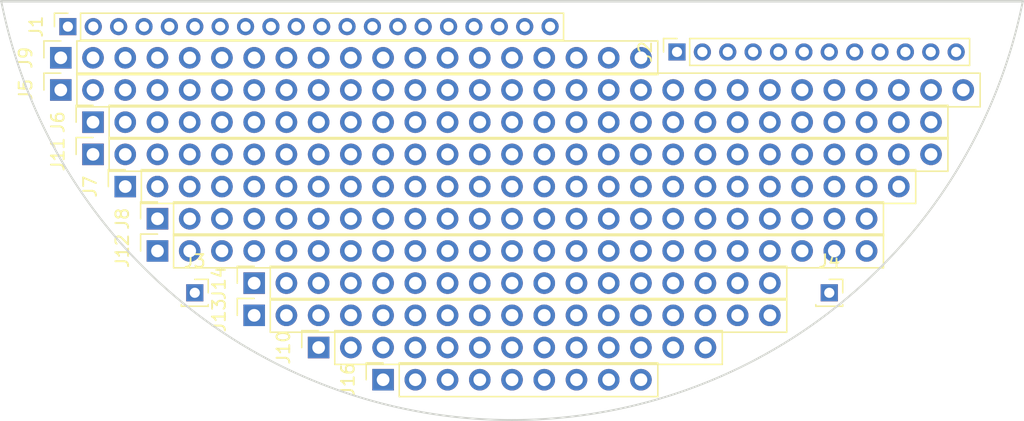
<source format=kicad_pcb>
(kicad_pcb (version 20171130) (host pcbnew "(5.0.0)")

  (general
    (thickness 1.6)
    (drawings 2)
    (tracks 0)
    (zones 0)
    (modules 15)
    (nets 260)
  )

  (page A4)
  (layers
    (0 F.Cu signal)
    (31 B.Cu signal)
    (32 B.Adhes user)
    (33 F.Adhes user)
    (34 B.Paste user)
    (35 F.Paste user)
    (36 B.SilkS user)
    (37 F.SilkS user hide)
    (38 B.Mask user)
    (39 F.Mask user)
    (40 Dwgs.User user)
    (41 Cmts.User user)
    (42 Eco1.User user)
    (43 Eco2.User user)
    (44 Edge.Cuts user)
    (45 Margin user)
    (46 B.CrtYd user hide)
    (47 F.CrtYd user hide)
    (48 B.Fab user hide)
    (49 F.Fab user hide)
  )

  (setup
    (last_trace_width 0.25)
    (trace_clearance 0.2)
    (zone_clearance 0.508)
    (zone_45_only no)
    (trace_min 0.2)
    (segment_width 0.2)
    (edge_width 0.15)
    (via_size 0.8)
    (via_drill 0.4)
    (via_min_size 0.4)
    (via_min_drill 0.3)
    (uvia_size 0.3)
    (uvia_drill 0.1)
    (uvias_allowed no)
    (uvia_min_size 0.2)
    (uvia_min_drill 0.1)
    (pcb_text_width 0.3)
    (pcb_text_size 1.5 1.5)
    (mod_edge_width 0.15)
    (mod_text_size 1 1)
    (mod_text_width 0.15)
    (pad_size 1.524 1.524)
    (pad_drill 0.762)
    (pad_to_mask_clearance 0.2)
    (aux_axis_origin 0 0)
    (visible_elements FFFFFF7F)
    (pcbplotparams
      (layerselection 0x010fc_ffffffff)
      (usegerberextensions false)
      (usegerberattributes false)
      (usegerberadvancedattributes false)
      (creategerberjobfile false)
      (excludeedgelayer true)
      (linewidth 0.100000)
      (plotframeref false)
      (viasonmask false)
      (mode 1)
      (useauxorigin false)
      (hpglpennumber 1)
      (hpglpenspeed 20)
      (hpglpendiameter 15.000000)
      (psnegative false)
      (psa4output false)
      (plotreference true)
      (plotvalue true)
      (plotinvisibletext false)
      (padsonsilk false)
      (subtractmaskfromsilk false)
      (outputformat 1)
      (mirror false)
      (drillshape 1)
      (scaleselection 1)
      (outputdirectory ""))
  )

  (net 0 "")
  (net 1 ATMEGA_2)
  (net 2 ATMEGA_3)
  (net 3 ATMEGA_4)
  (net 4 ATMEGA_5)
  (net 5 ATMEGA_6)
  (net 6 ATMEGA_7)
  (net 7 ATMEGA_8)
  (net 8 ATMEGA_9)
  (net 9 ATMEGA_10)
  (net 10 ATMEGA_11)
  (net 11 ATMEGA_12)
  (net 12 ATMEGA_13)
  (net 13 ATMEGA_A0)
  (net 14 ATMEGA_A1)
  (net 15 ATMEGA_A2)
  (net 16 ATMEGA_A3)
  (net 17 ATMEGA_A4)
  (net 18 ATMEGA_A5)
  (net 19 +BATT)
  (net 20 GND)
  (net 21 ESP_13)
  (net 22 ESP_12)
  (net 23 ESP_15)
  (net 24 ESP_2)
  (net 25 ESP_0)
  (net 26 ESP_4_SDA)
  (net 27 ESP_5_SCL)
  (net 28 ESP_14)
  (net 29 ESP_16)
  (net 30 ESP_ADC)
  (net 31 "Net-(J5-Pad1)")
  (net 32 "Net-(J5-Pad2)")
  (net 33 "Net-(J5-Pad3)")
  (net 34 "Net-(J5-Pad4)")
  (net 35 "Net-(J5-Pad5)")
  (net 36 "Net-(J5-Pad6)")
  (net 37 "Net-(J5-Pad7)")
  (net 38 "Net-(J5-Pad8)")
  (net 39 "Net-(J5-Pad9)")
  (net 40 "Net-(J5-Pad10)")
  (net 41 "Net-(J5-Pad11)")
  (net 42 "Net-(J5-Pad12)")
  (net 43 "Net-(J5-Pad13)")
  (net 44 "Net-(J5-Pad14)")
  (net 45 "Net-(J5-Pad15)")
  (net 46 "Net-(J5-Pad16)")
  (net 47 "Net-(J5-Pad17)")
  (net 48 "Net-(J5-Pad18)")
  (net 49 "Net-(J5-Pad19)")
  (net 50 "Net-(J5-Pad20)")
  (net 51 "Net-(J5-Pad21)")
  (net 52 "Net-(J5-Pad22)")
  (net 53 "Net-(J5-Pad23)")
  (net 54 "Net-(J5-Pad24)")
  (net 55 "Net-(J5-Pad25)")
  (net 56 "Net-(J5-Pad26)")
  (net 57 "Net-(J5-Pad27)")
  (net 58 "Net-(J5-Pad28)")
  (net 59 "Net-(J5-Pad29)")
  (net 60 "Net-(J6-Pad1)")
  (net 61 "Net-(J6-Pad2)")
  (net 62 "Net-(J6-Pad3)")
  (net 63 "Net-(J6-Pad4)")
  (net 64 "Net-(J6-Pad5)")
  (net 65 "Net-(J6-Pad6)")
  (net 66 "Net-(J6-Pad7)")
  (net 67 "Net-(J6-Pad8)")
  (net 68 "Net-(J6-Pad9)")
  (net 69 "Net-(J6-Pad10)")
  (net 70 "Net-(J6-Pad11)")
  (net 71 "Net-(J6-Pad12)")
  (net 72 "Net-(J6-Pad13)")
  (net 73 "Net-(J6-Pad14)")
  (net 74 "Net-(J6-Pad15)")
  (net 75 "Net-(J6-Pad16)")
  (net 76 "Net-(J6-Pad17)")
  (net 77 "Net-(J6-Pad18)")
  (net 78 "Net-(J6-Pad19)")
  (net 79 "Net-(J6-Pad20)")
  (net 80 "Net-(J6-Pad21)")
  (net 81 "Net-(J6-Pad22)")
  (net 82 "Net-(J6-Pad23)")
  (net 83 "Net-(J6-Pad24)")
  (net 84 "Net-(J6-Pad25)")
  (net 85 "Net-(J6-Pad26)")
  (net 86 "Net-(J6-Pad27)")
  (net 87 "Net-(J7-Pad1)")
  (net 88 "Net-(J7-Pad2)")
  (net 89 "Net-(J7-Pad3)")
  (net 90 "Net-(J7-Pad4)")
  (net 91 "Net-(J7-Pad5)")
  (net 92 "Net-(J7-Pad6)")
  (net 93 "Net-(J7-Pad7)")
  (net 94 "Net-(J7-Pad8)")
  (net 95 "Net-(J7-Pad9)")
  (net 96 "Net-(J7-Pad10)")
  (net 97 "Net-(J7-Pad11)")
  (net 98 "Net-(J7-Pad12)")
  (net 99 "Net-(J7-Pad13)")
  (net 100 "Net-(J7-Pad14)")
  (net 101 "Net-(J7-Pad15)")
  (net 102 "Net-(J7-Pad16)")
  (net 103 "Net-(J7-Pad17)")
  (net 104 "Net-(J7-Pad18)")
  (net 105 "Net-(J7-Pad19)")
  (net 106 "Net-(J7-Pad20)")
  (net 107 "Net-(J7-Pad21)")
  (net 108 "Net-(J7-Pad22)")
  (net 109 "Net-(J7-Pad23)")
  (net 110 "Net-(J7-Pad24)")
  (net 111 "Net-(J7-Pad25)")
  (net 112 "Net-(J8-Pad1)")
  (net 113 "Net-(J8-Pad2)")
  (net 114 "Net-(J8-Pad3)")
  (net 115 "Net-(J8-Pad4)")
  (net 116 "Net-(J8-Pad5)")
  (net 117 "Net-(J8-Pad6)")
  (net 118 "Net-(J8-Pad7)")
  (net 119 "Net-(J8-Pad8)")
  (net 120 "Net-(J8-Pad9)")
  (net 121 "Net-(J8-Pad10)")
  (net 122 "Net-(J8-Pad11)")
  (net 123 "Net-(J8-Pad12)")
  (net 124 "Net-(J8-Pad13)")
  (net 125 "Net-(J8-Pad14)")
  (net 126 "Net-(J8-Pad15)")
  (net 127 "Net-(J8-Pad16)")
  (net 128 "Net-(J8-Pad17)")
  (net 129 "Net-(J8-Pad18)")
  (net 130 "Net-(J8-Pad19)")
  (net 131 "Net-(J8-Pad20)")
  (net 132 "Net-(J8-Pad21)")
  (net 133 "Net-(J8-Pad22)")
  (net 134 "Net-(J8-Pad23)")
  (net 135 "Net-(J9-Pad1)")
  (net 136 "Net-(J9-Pad2)")
  (net 137 "Net-(J9-Pad3)")
  (net 138 "Net-(J9-Pad4)")
  (net 139 "Net-(J9-Pad5)")
  (net 140 "Net-(J9-Pad6)")
  (net 141 "Net-(J9-Pad7)")
  (net 142 "Net-(J9-Pad8)")
  (net 143 "Net-(J9-Pad9)")
  (net 144 "Net-(J9-Pad10)")
  (net 145 "Net-(J9-Pad11)")
  (net 146 "Net-(J9-Pad12)")
  (net 147 "Net-(J9-Pad13)")
  (net 148 "Net-(J9-Pad14)")
  (net 149 "Net-(J9-Pad15)")
  (net 150 "Net-(J9-Pad16)")
  (net 151 "Net-(J9-Pad17)")
  (net 152 "Net-(J9-Pad18)")
  (net 153 "Net-(J9-Pad19)")
  (net 154 "Net-(J10-Pad1)")
  (net 155 "Net-(J10-Pad2)")
  (net 156 "Net-(J10-Pad3)")
  (net 157 "Net-(J10-Pad4)")
  (net 158 "Net-(J10-Pad5)")
  (net 159 "Net-(J10-Pad6)")
  (net 160 "Net-(J10-Pad7)")
  (net 161 "Net-(J10-Pad8)")
  (net 162 "Net-(J10-Pad9)")
  (net 163 "Net-(J10-Pad10)")
  (net 164 "Net-(J10-Pad11)")
  (net 165 "Net-(J10-Pad12)")
  (net 166 "Net-(J10-Pad13)")
  (net 167 "Net-(J11-Pad1)")
  (net 168 "Net-(J11-Pad2)")
  (net 169 "Net-(J11-Pad3)")
  (net 170 "Net-(J11-Pad4)")
  (net 171 "Net-(J11-Pad5)")
  (net 172 "Net-(J11-Pad6)")
  (net 173 "Net-(J11-Pad7)")
  (net 174 "Net-(J11-Pad8)")
  (net 175 "Net-(J11-Pad9)")
  (net 176 "Net-(J11-Pad10)")
  (net 177 "Net-(J11-Pad11)")
  (net 178 "Net-(J11-Pad12)")
  (net 179 "Net-(J11-Pad13)")
  (net 180 "Net-(J11-Pad14)")
  (net 181 "Net-(J11-Pad15)")
  (net 182 "Net-(J11-Pad16)")
  (net 183 "Net-(J11-Pad17)")
  (net 184 "Net-(J11-Pad18)")
  (net 185 "Net-(J11-Pad19)")
  (net 186 "Net-(J11-Pad20)")
  (net 187 "Net-(J11-Pad21)")
  (net 188 "Net-(J11-Pad22)")
  (net 189 "Net-(J11-Pad23)")
  (net 190 "Net-(J11-Pad24)")
  (net 191 "Net-(J11-Pad25)")
  (net 192 "Net-(J11-Pad26)")
  (net 193 "Net-(J11-Pad27)")
  (net 194 "Net-(J12-Pad1)")
  (net 195 "Net-(J12-Pad2)")
  (net 196 "Net-(J12-Pad3)")
  (net 197 "Net-(J12-Pad4)")
  (net 198 "Net-(J12-Pad5)")
  (net 199 "Net-(J12-Pad6)")
  (net 200 "Net-(J12-Pad7)")
  (net 201 "Net-(J12-Pad8)")
  (net 202 "Net-(J12-Pad9)")
  (net 203 "Net-(J12-Pad10)")
  (net 204 "Net-(J12-Pad11)")
  (net 205 "Net-(J12-Pad12)")
  (net 206 "Net-(J12-Pad13)")
  (net 207 "Net-(J12-Pad14)")
  (net 208 "Net-(J12-Pad15)")
  (net 209 "Net-(J12-Pad16)")
  (net 210 "Net-(J12-Pad17)")
  (net 211 "Net-(J12-Pad18)")
  (net 212 "Net-(J12-Pad19)")
  (net 213 "Net-(J12-Pad20)")
  (net 214 "Net-(J12-Pad21)")
  (net 215 "Net-(J12-Pad22)")
  (net 216 "Net-(J12-Pad23)")
  (net 217 "Net-(J13-Pad1)")
  (net 218 "Net-(J13-Pad2)")
  (net 219 "Net-(J13-Pad3)")
  (net 220 "Net-(J13-Pad4)")
  (net 221 "Net-(J13-Pad5)")
  (net 222 "Net-(J13-Pad6)")
  (net 223 "Net-(J13-Pad7)")
  (net 224 "Net-(J13-Pad8)")
  (net 225 "Net-(J13-Pad9)")
  (net 226 "Net-(J13-Pad10)")
  (net 227 "Net-(J13-Pad11)")
  (net 228 "Net-(J13-Pad12)")
  (net 229 "Net-(J13-Pad13)")
  (net 230 "Net-(J13-Pad14)")
  (net 231 "Net-(J13-Pad15)")
  (net 232 "Net-(J13-Pad16)")
  (net 233 "Net-(J13-Pad17)")
  (net 234 "Net-(J14-Pad17)")
  (net 235 "Net-(J14-Pad16)")
  (net 236 "Net-(J14-Pad15)")
  (net 237 "Net-(J14-Pad14)")
  (net 238 "Net-(J14-Pad13)")
  (net 239 "Net-(J14-Pad12)")
  (net 240 "Net-(J14-Pad11)")
  (net 241 "Net-(J14-Pad10)")
  (net 242 "Net-(J14-Pad9)")
  (net 243 "Net-(J14-Pad8)")
  (net 244 "Net-(J14-Pad7)")
  (net 245 "Net-(J14-Pad6)")
  (net 246 "Net-(J14-Pad5)")
  (net 247 "Net-(J14-Pad4)")
  (net 248 "Net-(J14-Pad3)")
  (net 249 "Net-(J14-Pad2)")
  (net 250 "Net-(J14-Pad1)")
  (net 251 "Net-(J16-Pad1)")
  (net 252 "Net-(J16-Pad2)")
  (net 253 "Net-(J16-Pad3)")
  (net 254 "Net-(J16-Pad4)")
  (net 255 "Net-(J16-Pad5)")
  (net 256 "Net-(J16-Pad6)")
  (net 257 "Net-(J16-Pad7)")
  (net 258 "Net-(J16-Pad8)")
  (net 259 "Net-(J16-Pad9)")

  (net_class Default "This is the default net class."
    (clearance 0.2)
    (trace_width 0.25)
    (via_dia 0.8)
    (via_drill 0.4)
    (uvia_dia 0.3)
    (uvia_drill 0.1)
    (add_net +BATT)
    (add_net ATMEGA_10)
    (add_net ATMEGA_11)
    (add_net ATMEGA_12)
    (add_net ATMEGA_13)
    (add_net ATMEGA_2)
    (add_net ATMEGA_3)
    (add_net ATMEGA_4)
    (add_net ATMEGA_5)
    (add_net ATMEGA_6)
    (add_net ATMEGA_7)
    (add_net ATMEGA_8)
    (add_net ATMEGA_9)
    (add_net ATMEGA_A0)
    (add_net ATMEGA_A1)
    (add_net ATMEGA_A2)
    (add_net ATMEGA_A3)
    (add_net ATMEGA_A4)
    (add_net ATMEGA_A5)
    (add_net ESP_0)
    (add_net ESP_12)
    (add_net ESP_13)
    (add_net ESP_14)
    (add_net ESP_15)
    (add_net ESP_16)
    (add_net ESP_2)
    (add_net ESP_4_SDA)
    (add_net ESP_5_SCL)
    (add_net ESP_ADC)
    (add_net GND)
    (add_net "Net-(J10-Pad1)")
    (add_net "Net-(J10-Pad10)")
    (add_net "Net-(J10-Pad11)")
    (add_net "Net-(J10-Pad12)")
    (add_net "Net-(J10-Pad13)")
    (add_net "Net-(J10-Pad2)")
    (add_net "Net-(J10-Pad3)")
    (add_net "Net-(J10-Pad4)")
    (add_net "Net-(J10-Pad5)")
    (add_net "Net-(J10-Pad6)")
    (add_net "Net-(J10-Pad7)")
    (add_net "Net-(J10-Pad8)")
    (add_net "Net-(J10-Pad9)")
    (add_net "Net-(J11-Pad1)")
    (add_net "Net-(J11-Pad10)")
    (add_net "Net-(J11-Pad11)")
    (add_net "Net-(J11-Pad12)")
    (add_net "Net-(J11-Pad13)")
    (add_net "Net-(J11-Pad14)")
    (add_net "Net-(J11-Pad15)")
    (add_net "Net-(J11-Pad16)")
    (add_net "Net-(J11-Pad17)")
    (add_net "Net-(J11-Pad18)")
    (add_net "Net-(J11-Pad19)")
    (add_net "Net-(J11-Pad2)")
    (add_net "Net-(J11-Pad20)")
    (add_net "Net-(J11-Pad21)")
    (add_net "Net-(J11-Pad22)")
    (add_net "Net-(J11-Pad23)")
    (add_net "Net-(J11-Pad24)")
    (add_net "Net-(J11-Pad25)")
    (add_net "Net-(J11-Pad26)")
    (add_net "Net-(J11-Pad27)")
    (add_net "Net-(J11-Pad3)")
    (add_net "Net-(J11-Pad4)")
    (add_net "Net-(J11-Pad5)")
    (add_net "Net-(J11-Pad6)")
    (add_net "Net-(J11-Pad7)")
    (add_net "Net-(J11-Pad8)")
    (add_net "Net-(J11-Pad9)")
    (add_net "Net-(J12-Pad1)")
    (add_net "Net-(J12-Pad10)")
    (add_net "Net-(J12-Pad11)")
    (add_net "Net-(J12-Pad12)")
    (add_net "Net-(J12-Pad13)")
    (add_net "Net-(J12-Pad14)")
    (add_net "Net-(J12-Pad15)")
    (add_net "Net-(J12-Pad16)")
    (add_net "Net-(J12-Pad17)")
    (add_net "Net-(J12-Pad18)")
    (add_net "Net-(J12-Pad19)")
    (add_net "Net-(J12-Pad2)")
    (add_net "Net-(J12-Pad20)")
    (add_net "Net-(J12-Pad21)")
    (add_net "Net-(J12-Pad22)")
    (add_net "Net-(J12-Pad23)")
    (add_net "Net-(J12-Pad3)")
    (add_net "Net-(J12-Pad4)")
    (add_net "Net-(J12-Pad5)")
    (add_net "Net-(J12-Pad6)")
    (add_net "Net-(J12-Pad7)")
    (add_net "Net-(J12-Pad8)")
    (add_net "Net-(J12-Pad9)")
    (add_net "Net-(J13-Pad1)")
    (add_net "Net-(J13-Pad10)")
    (add_net "Net-(J13-Pad11)")
    (add_net "Net-(J13-Pad12)")
    (add_net "Net-(J13-Pad13)")
    (add_net "Net-(J13-Pad14)")
    (add_net "Net-(J13-Pad15)")
    (add_net "Net-(J13-Pad16)")
    (add_net "Net-(J13-Pad17)")
    (add_net "Net-(J13-Pad2)")
    (add_net "Net-(J13-Pad3)")
    (add_net "Net-(J13-Pad4)")
    (add_net "Net-(J13-Pad5)")
    (add_net "Net-(J13-Pad6)")
    (add_net "Net-(J13-Pad7)")
    (add_net "Net-(J13-Pad8)")
    (add_net "Net-(J13-Pad9)")
    (add_net "Net-(J14-Pad1)")
    (add_net "Net-(J14-Pad10)")
    (add_net "Net-(J14-Pad11)")
    (add_net "Net-(J14-Pad12)")
    (add_net "Net-(J14-Pad13)")
    (add_net "Net-(J14-Pad14)")
    (add_net "Net-(J14-Pad15)")
    (add_net "Net-(J14-Pad16)")
    (add_net "Net-(J14-Pad17)")
    (add_net "Net-(J14-Pad2)")
    (add_net "Net-(J14-Pad3)")
    (add_net "Net-(J14-Pad4)")
    (add_net "Net-(J14-Pad5)")
    (add_net "Net-(J14-Pad6)")
    (add_net "Net-(J14-Pad7)")
    (add_net "Net-(J14-Pad8)")
    (add_net "Net-(J14-Pad9)")
    (add_net "Net-(J16-Pad1)")
    (add_net "Net-(J16-Pad2)")
    (add_net "Net-(J16-Pad3)")
    (add_net "Net-(J16-Pad4)")
    (add_net "Net-(J16-Pad5)")
    (add_net "Net-(J16-Pad6)")
    (add_net "Net-(J16-Pad7)")
    (add_net "Net-(J16-Pad8)")
    (add_net "Net-(J16-Pad9)")
    (add_net "Net-(J5-Pad1)")
    (add_net "Net-(J5-Pad10)")
    (add_net "Net-(J5-Pad11)")
    (add_net "Net-(J5-Pad12)")
    (add_net "Net-(J5-Pad13)")
    (add_net "Net-(J5-Pad14)")
    (add_net "Net-(J5-Pad15)")
    (add_net "Net-(J5-Pad16)")
    (add_net "Net-(J5-Pad17)")
    (add_net "Net-(J5-Pad18)")
    (add_net "Net-(J5-Pad19)")
    (add_net "Net-(J5-Pad2)")
    (add_net "Net-(J5-Pad20)")
    (add_net "Net-(J5-Pad21)")
    (add_net "Net-(J5-Pad22)")
    (add_net "Net-(J5-Pad23)")
    (add_net "Net-(J5-Pad24)")
    (add_net "Net-(J5-Pad25)")
    (add_net "Net-(J5-Pad26)")
    (add_net "Net-(J5-Pad27)")
    (add_net "Net-(J5-Pad28)")
    (add_net "Net-(J5-Pad29)")
    (add_net "Net-(J5-Pad3)")
    (add_net "Net-(J5-Pad4)")
    (add_net "Net-(J5-Pad5)")
    (add_net "Net-(J5-Pad6)")
    (add_net "Net-(J5-Pad7)")
    (add_net "Net-(J5-Pad8)")
    (add_net "Net-(J5-Pad9)")
    (add_net "Net-(J6-Pad1)")
    (add_net "Net-(J6-Pad10)")
    (add_net "Net-(J6-Pad11)")
    (add_net "Net-(J6-Pad12)")
    (add_net "Net-(J6-Pad13)")
    (add_net "Net-(J6-Pad14)")
    (add_net "Net-(J6-Pad15)")
    (add_net "Net-(J6-Pad16)")
    (add_net "Net-(J6-Pad17)")
    (add_net "Net-(J6-Pad18)")
    (add_net "Net-(J6-Pad19)")
    (add_net "Net-(J6-Pad2)")
    (add_net "Net-(J6-Pad20)")
    (add_net "Net-(J6-Pad21)")
    (add_net "Net-(J6-Pad22)")
    (add_net "Net-(J6-Pad23)")
    (add_net "Net-(J6-Pad24)")
    (add_net "Net-(J6-Pad25)")
    (add_net "Net-(J6-Pad26)")
    (add_net "Net-(J6-Pad27)")
    (add_net "Net-(J6-Pad3)")
    (add_net "Net-(J6-Pad4)")
    (add_net "Net-(J6-Pad5)")
    (add_net "Net-(J6-Pad6)")
    (add_net "Net-(J6-Pad7)")
    (add_net "Net-(J6-Pad8)")
    (add_net "Net-(J6-Pad9)")
    (add_net "Net-(J7-Pad1)")
    (add_net "Net-(J7-Pad10)")
    (add_net "Net-(J7-Pad11)")
    (add_net "Net-(J7-Pad12)")
    (add_net "Net-(J7-Pad13)")
    (add_net "Net-(J7-Pad14)")
    (add_net "Net-(J7-Pad15)")
    (add_net "Net-(J7-Pad16)")
    (add_net "Net-(J7-Pad17)")
    (add_net "Net-(J7-Pad18)")
    (add_net "Net-(J7-Pad19)")
    (add_net "Net-(J7-Pad2)")
    (add_net "Net-(J7-Pad20)")
    (add_net "Net-(J7-Pad21)")
    (add_net "Net-(J7-Pad22)")
    (add_net "Net-(J7-Pad23)")
    (add_net "Net-(J7-Pad24)")
    (add_net "Net-(J7-Pad25)")
    (add_net "Net-(J7-Pad3)")
    (add_net "Net-(J7-Pad4)")
    (add_net "Net-(J7-Pad5)")
    (add_net "Net-(J7-Pad6)")
    (add_net "Net-(J7-Pad7)")
    (add_net "Net-(J7-Pad8)")
    (add_net "Net-(J7-Pad9)")
    (add_net "Net-(J8-Pad1)")
    (add_net "Net-(J8-Pad10)")
    (add_net "Net-(J8-Pad11)")
    (add_net "Net-(J8-Pad12)")
    (add_net "Net-(J8-Pad13)")
    (add_net "Net-(J8-Pad14)")
    (add_net "Net-(J8-Pad15)")
    (add_net "Net-(J8-Pad16)")
    (add_net "Net-(J8-Pad17)")
    (add_net "Net-(J8-Pad18)")
    (add_net "Net-(J8-Pad19)")
    (add_net "Net-(J8-Pad2)")
    (add_net "Net-(J8-Pad20)")
    (add_net "Net-(J8-Pad21)")
    (add_net "Net-(J8-Pad22)")
    (add_net "Net-(J8-Pad23)")
    (add_net "Net-(J8-Pad3)")
    (add_net "Net-(J8-Pad4)")
    (add_net "Net-(J8-Pad5)")
    (add_net "Net-(J8-Pad6)")
    (add_net "Net-(J8-Pad7)")
    (add_net "Net-(J8-Pad8)")
    (add_net "Net-(J8-Pad9)")
    (add_net "Net-(J9-Pad1)")
    (add_net "Net-(J9-Pad10)")
    (add_net "Net-(J9-Pad11)")
    (add_net "Net-(J9-Pad12)")
    (add_net "Net-(J9-Pad13)")
    (add_net "Net-(J9-Pad14)")
    (add_net "Net-(J9-Pad15)")
    (add_net "Net-(J9-Pad16)")
    (add_net "Net-(J9-Pad17)")
    (add_net "Net-(J9-Pad18)")
    (add_net "Net-(J9-Pad19)")
    (add_net "Net-(J9-Pad2)")
    (add_net "Net-(J9-Pad3)")
    (add_net "Net-(J9-Pad4)")
    (add_net "Net-(J9-Pad5)")
    (add_net "Net-(J9-Pad6)")
    (add_net "Net-(J9-Pad7)")
    (add_net "Net-(J9-Pad8)")
    (add_net "Net-(J9-Pad9)")
  )

  (module Connector_PinSocket_2.00mm:PinSocket_1x20_P2.00mm_Vertical (layer F.Cu) (tedit 5A19A429) (tstamp 5BA02B22)
    (at 115 110 90)
    (descr "Through hole straight socket strip, 1x20, 2.00mm pitch, single row (from Kicad 4.0.7), script generated")
    (tags "Through hole socket strip THT 1x20 2.00mm single row")
    (path /5B9F6204)
    (fp_text reference J1 (at 0 -2.5 90) (layer F.SilkS)
      (effects (font (size 1 1) (thickness 0.15)))
    )
    (fp_text value Conn_01x20 (at 0 40.5 90) (layer F.Fab)
      (effects (font (size 1 1) (thickness 0.15)))
    )
    (fp_line (start -1 -1) (end 0.5 -1) (layer F.Fab) (width 0.1))
    (fp_line (start 0.5 -1) (end 1 -0.5) (layer F.Fab) (width 0.1))
    (fp_line (start 1 -0.5) (end 1 39) (layer F.Fab) (width 0.1))
    (fp_line (start 1 39) (end -1 39) (layer F.Fab) (width 0.1))
    (fp_line (start -1 39) (end -1 -1) (layer F.Fab) (width 0.1))
    (fp_line (start -1.06 1) (end 1.06 1) (layer F.SilkS) (width 0.12))
    (fp_line (start -1.06 1) (end -1.06 39.06) (layer F.SilkS) (width 0.12))
    (fp_line (start -1.06 39.06) (end 1.06 39.06) (layer F.SilkS) (width 0.12))
    (fp_line (start 1.06 1) (end 1.06 39.06) (layer F.SilkS) (width 0.12))
    (fp_line (start 1.06 -1.06) (end 1.06 0) (layer F.SilkS) (width 0.12))
    (fp_line (start 0 -1.06) (end 1.06 -1.06) (layer F.SilkS) (width 0.12))
    (fp_line (start -1.5 -1.5) (end 1.5 -1.5) (layer F.CrtYd) (width 0.05))
    (fp_line (start 1.5 -1.5) (end 1.5 39.5) (layer F.CrtYd) (width 0.05))
    (fp_line (start 1.5 39.5) (end -1.5 39.5) (layer F.CrtYd) (width 0.05))
    (fp_line (start -1.5 39.5) (end -1.5 -1.5) (layer F.CrtYd) (width 0.05))
    (fp_text user %R (at 0 19 180) (layer F.Fab)
      (effects (font (size 1 1) (thickness 0.15)))
    )
    (pad 1 thru_hole rect (at 0 0 90) (size 1.35 1.35) (drill 0.8) (layers *.Cu *.Mask)
      (net 1 ATMEGA_2))
    (pad 2 thru_hole oval (at 0 2 90) (size 1.35 1.35) (drill 0.8) (layers *.Cu *.Mask)
      (net 2 ATMEGA_3))
    (pad 3 thru_hole oval (at 0 4 90) (size 1.35 1.35) (drill 0.8) (layers *.Cu *.Mask)
      (net 3 ATMEGA_4))
    (pad 4 thru_hole oval (at 0 6 90) (size 1.35 1.35) (drill 0.8) (layers *.Cu *.Mask)
      (net 4 ATMEGA_5))
    (pad 5 thru_hole oval (at 0 8 90) (size 1.35 1.35) (drill 0.8) (layers *.Cu *.Mask)
      (net 5 ATMEGA_6))
    (pad 6 thru_hole oval (at 0 10 90) (size 1.35 1.35) (drill 0.8) (layers *.Cu *.Mask)
      (net 6 ATMEGA_7))
    (pad 7 thru_hole oval (at 0 12 90) (size 1.35 1.35) (drill 0.8) (layers *.Cu *.Mask)
      (net 7 ATMEGA_8))
    (pad 8 thru_hole oval (at 0 14 90) (size 1.35 1.35) (drill 0.8) (layers *.Cu *.Mask)
      (net 8 ATMEGA_9))
    (pad 9 thru_hole oval (at 0 16 90) (size 1.35 1.35) (drill 0.8) (layers *.Cu *.Mask)
      (net 9 ATMEGA_10))
    (pad 10 thru_hole oval (at 0 18 90) (size 1.35 1.35) (drill 0.8) (layers *.Cu *.Mask)
      (net 10 ATMEGA_11))
    (pad 11 thru_hole oval (at 0 20 90) (size 1.35 1.35) (drill 0.8) (layers *.Cu *.Mask)
      (net 11 ATMEGA_12))
    (pad 12 thru_hole oval (at 0 22 90) (size 1.35 1.35) (drill 0.8) (layers *.Cu *.Mask)
      (net 12 ATMEGA_13))
    (pad 13 thru_hole oval (at 0 24 90) (size 1.35 1.35) (drill 0.8) (layers *.Cu *.Mask)
      (net 13 ATMEGA_A0))
    (pad 14 thru_hole oval (at 0 26 90) (size 1.35 1.35) (drill 0.8) (layers *.Cu *.Mask)
      (net 14 ATMEGA_A1))
    (pad 15 thru_hole oval (at 0 28 90) (size 1.35 1.35) (drill 0.8) (layers *.Cu *.Mask)
      (net 15 ATMEGA_A2))
    (pad 16 thru_hole oval (at 0 30 90) (size 1.35 1.35) (drill 0.8) (layers *.Cu *.Mask)
      (net 16 ATMEGA_A3))
    (pad 17 thru_hole oval (at 0 32 90) (size 1.35 1.35) (drill 0.8) (layers *.Cu *.Mask)
      (net 17 ATMEGA_A4))
    (pad 18 thru_hole oval (at 0 34 90) (size 1.35 1.35) (drill 0.8) (layers *.Cu *.Mask)
      (net 18 ATMEGA_A5))
    (pad 19 thru_hole oval (at 0 36 90) (size 1.35 1.35) (drill 0.8) (layers *.Cu *.Mask)
      (net 19 +BATT))
    (pad 20 thru_hole oval (at 0 38 90) (size 1.35 1.35) (drill 0.8) (layers *.Cu *.Mask)
      (net 20 GND))
    (model ${KISYS3DMOD}/Connector_PinSocket_2.00mm.3dshapes/PinSocket_1x20_P2.00mm_Vertical.wrl
      (at (xyz 0 0 0))
      (scale (xyz 1 1 1))
      (rotate (xyz 0 0 0))
    )
  )

  (module Connector_PinSocket_2.00mm:PinSocket_1x12_P2.00mm_Vertical (layer F.Cu) (tedit 5A19A41B) (tstamp 5BA02B42)
    (at 163 112 90)
    (descr "Through hole straight socket strip, 1x12, 2.00mm pitch, single row (from Kicad 4.0.7), script generated")
    (tags "Through hole socket strip THT 1x12 2.00mm single row")
    (path /5B9F619A)
    (fp_text reference J2 (at 0 -2.5 90) (layer F.SilkS)
      (effects (font (size 1 1) (thickness 0.15)))
    )
    (fp_text value Conn_01x12 (at 0 24.5 90) (layer F.Fab)
      (effects (font (size 1 1) (thickness 0.15)))
    )
    (fp_line (start -1 -1) (end 0.5 -1) (layer F.Fab) (width 0.1))
    (fp_line (start 0.5 -1) (end 1 -0.5) (layer F.Fab) (width 0.1))
    (fp_line (start 1 -0.5) (end 1 23) (layer F.Fab) (width 0.1))
    (fp_line (start 1 23) (end -1 23) (layer F.Fab) (width 0.1))
    (fp_line (start -1 23) (end -1 -1) (layer F.Fab) (width 0.1))
    (fp_line (start -1.06 1) (end 1.06 1) (layer F.SilkS) (width 0.12))
    (fp_line (start -1.06 1) (end -1.06 23.06) (layer F.SilkS) (width 0.12))
    (fp_line (start -1.06 23.06) (end 1.06 23.06) (layer F.SilkS) (width 0.12))
    (fp_line (start 1.06 1) (end 1.06 23.06) (layer F.SilkS) (width 0.12))
    (fp_line (start 1.06 -1.06) (end 1.06 0) (layer F.SilkS) (width 0.12))
    (fp_line (start 0 -1.06) (end 1.06 -1.06) (layer F.SilkS) (width 0.12))
    (fp_line (start -1.5 -1.5) (end 1.5 -1.5) (layer F.CrtYd) (width 0.05))
    (fp_line (start 1.5 -1.5) (end 1.5 23.5) (layer F.CrtYd) (width 0.05))
    (fp_line (start 1.5 23.5) (end -1.5 23.5) (layer F.CrtYd) (width 0.05))
    (fp_line (start -1.5 23.5) (end -1.5 -1.5) (layer F.CrtYd) (width 0.05))
    (fp_text user %R (at 0 11 180) (layer F.Fab)
      (effects (font (size 1 1) (thickness 0.15)))
    )
    (pad 1 thru_hole rect (at 0 0 90) (size 1.35 1.35) (drill 0.8) (layers *.Cu *.Mask)
      (net 19 +BATT))
    (pad 2 thru_hole oval (at 0 2 90) (size 1.35 1.35) (drill 0.8) (layers *.Cu *.Mask)
      (net 21 ESP_13))
    (pad 3 thru_hole oval (at 0 4 90) (size 1.35 1.35) (drill 0.8) (layers *.Cu *.Mask)
      (net 22 ESP_12))
    (pad 4 thru_hole oval (at 0 6 90) (size 1.35 1.35) (drill 0.8) (layers *.Cu *.Mask)
      (net 23 ESP_15))
    (pad 5 thru_hole oval (at 0 8 90) (size 1.35 1.35) (drill 0.8) (layers *.Cu *.Mask)
      (net 24 ESP_2))
    (pad 6 thru_hole oval (at 0 10 90) (size 1.35 1.35) (drill 0.8) (layers *.Cu *.Mask)
      (net 25 ESP_0))
    (pad 7 thru_hole oval (at 0 12 90) (size 1.35 1.35) (drill 0.8) (layers *.Cu *.Mask)
      (net 26 ESP_4_SDA))
    (pad 8 thru_hole oval (at 0 14 90) (size 1.35 1.35) (drill 0.8) (layers *.Cu *.Mask)
      (net 27 ESP_5_SCL))
    (pad 9 thru_hole oval (at 0 16 90) (size 1.35 1.35) (drill 0.8) (layers *.Cu *.Mask)
      (net 20 GND))
    (pad 10 thru_hole oval (at 0 18 90) (size 1.35 1.35) (drill 0.8) (layers *.Cu *.Mask)
      (net 28 ESP_14))
    (pad 11 thru_hole oval (at 0 20 90) (size 1.35 1.35) (drill 0.8) (layers *.Cu *.Mask)
      (net 29 ESP_16))
    (pad 12 thru_hole oval (at 0 22 90) (size 1.35 1.35) (drill 0.8) (layers *.Cu *.Mask)
      (net 30 ESP_ADC))
    (model ${KISYS3DMOD}/Connector_PinSocket_2.00mm.3dshapes/PinSocket_1x12_P2.00mm_Vertical.wrl
      (at (xyz 0 0 0))
      (scale (xyz 1 1 1))
      (rotate (xyz 0 0 0))
    )
  )

  (module Connector_PinSocket_2.00mm:PinSocket_1x01_P2.00mm_Vertical (layer F.Cu) (tedit 5A19A430) (tstamp 5BA02B56)
    (at 125 131)
    (descr "Through hole straight socket strip, 1x01, 2.00mm pitch, single row (from Kicad 4.0.7), script generated")
    (tags "Through hole socket strip THT 1x01 2.00mm single row")
    (path /5B9F60F5)
    (fp_text reference J3 (at 0 -2.5) (layer F.SilkS)
      (effects (font (size 1 1) (thickness 0.15)))
    )
    (fp_text value Conn_01x01 (at 0 2.5) (layer F.Fab)
      (effects (font (size 1 1) (thickness 0.15)))
    )
    (fp_line (start -1 -1) (end 0.5 -1) (layer F.Fab) (width 0.1))
    (fp_line (start 0.5 -1) (end 1 -0.5) (layer F.Fab) (width 0.1))
    (fp_line (start 1 -0.5) (end 1 1) (layer F.Fab) (width 0.1))
    (fp_line (start 1 1) (end -1 1) (layer F.Fab) (width 0.1))
    (fp_line (start -1 1) (end -1 -1) (layer F.Fab) (width 0.1))
    (fp_line (start -1.06 1.06) (end 1.06 1.06) (layer F.SilkS) (width 0.12))
    (fp_line (start -1.06 0.94) (end -1.06 1.06) (layer F.SilkS) (width 0.12))
    (fp_line (start 1.06 0.94) (end 1.06 1.06) (layer F.SilkS) (width 0.12))
    (fp_line (start 1.06 -1.06) (end 1.06 0) (layer F.SilkS) (width 0.12))
    (fp_line (start 0 -1.06) (end 1.06 -1.06) (layer F.SilkS) (width 0.12))
    (fp_line (start -1.5 -1.5) (end 1.5 -1.5) (layer F.CrtYd) (width 0.05))
    (fp_line (start 1.5 -1.5) (end 1.5 1.5) (layer F.CrtYd) (width 0.05))
    (fp_line (start 1.5 1.5) (end -1.5 1.5) (layer F.CrtYd) (width 0.05))
    (fp_line (start -1.5 1.5) (end -1.5 -1.5) (layer F.CrtYd) (width 0.05))
    (fp_text user %R (at 0 0) (layer F.Fab)
      (effects (font (size 1 1) (thickness 0.15)))
    )
    (pad 1 thru_hole rect (at 0 0) (size 1.35 1.35) (drill 0.8) (layers *.Cu *.Mask)
      (net 20 GND))
    (model ${KISYS3DMOD}/Connector_PinSocket_2.00mm.3dshapes/PinSocket_1x01_P2.00mm_Vertical.wrl
      (at (xyz 0 0 0))
      (scale (xyz 1 1 1))
      (rotate (xyz 0 0 0))
    )
  )

  (module Connector_PinSocket_2.00mm:PinSocket_1x01_P2.00mm_Vertical (layer F.Cu) (tedit 5A19A430) (tstamp 5BA02B6A)
    (at 175 131)
    (descr "Through hole straight socket strip, 1x01, 2.00mm pitch, single row (from Kicad 4.0.7), script generated")
    (tags "Through hole socket strip THT 1x01 2.00mm single row")
    (path /5B9F616B)
    (fp_text reference J4 (at 0 -2.5) (layer F.SilkS)
      (effects (font (size 1 1) (thickness 0.15)))
    )
    (fp_text value Conn_01x01 (at 0 2.5) (layer F.Fab)
      (effects (font (size 1 1) (thickness 0.15)))
    )
    (fp_text user %R (at 0 0) (layer F.Fab)
      (effects (font (size 1 1) (thickness 0.15)))
    )
    (fp_line (start -1.5 1.5) (end -1.5 -1.5) (layer F.CrtYd) (width 0.05))
    (fp_line (start 1.5 1.5) (end -1.5 1.5) (layer F.CrtYd) (width 0.05))
    (fp_line (start 1.5 -1.5) (end 1.5 1.5) (layer F.CrtYd) (width 0.05))
    (fp_line (start -1.5 -1.5) (end 1.5 -1.5) (layer F.CrtYd) (width 0.05))
    (fp_line (start 0 -1.06) (end 1.06 -1.06) (layer F.SilkS) (width 0.12))
    (fp_line (start 1.06 -1.06) (end 1.06 0) (layer F.SilkS) (width 0.12))
    (fp_line (start 1.06 0.94) (end 1.06 1.06) (layer F.SilkS) (width 0.12))
    (fp_line (start -1.06 0.94) (end -1.06 1.06) (layer F.SilkS) (width 0.12))
    (fp_line (start -1.06 1.06) (end 1.06 1.06) (layer F.SilkS) (width 0.12))
    (fp_line (start -1 1) (end -1 -1) (layer F.Fab) (width 0.1))
    (fp_line (start 1 1) (end -1 1) (layer F.Fab) (width 0.1))
    (fp_line (start 1 -0.5) (end 1 1) (layer F.Fab) (width 0.1))
    (fp_line (start 0.5 -1) (end 1 -0.5) (layer F.Fab) (width 0.1))
    (fp_line (start -1 -1) (end 0.5 -1) (layer F.Fab) (width 0.1))
    (pad 1 thru_hole rect (at 0 0) (size 1.35 1.35) (drill 0.8) (layers *.Cu *.Mask)
      (net 20 GND))
    (model ${KISYS3DMOD}/Connector_PinSocket_2.00mm.3dshapes/PinSocket_1x01_P2.00mm_Vertical.wrl
      (at (xyz 0 0 0))
      (scale (xyz 1 1 1))
      (rotate (xyz 0 0 0))
    )
  )

  (module Connector_PinSocket_2.54mm:PinSocket_1x29_P2.54mm_Vertical (layer F.Cu) (tedit 5A19A423) (tstamp 5BACECD2)
    (at 114.44 115 90)
    (descr "Through hole straight socket strip, 1x29, 2.54mm pitch, single row (from Kicad 4.0.7), script generated")
    (tags "Through hole socket strip THT 1x29 2.54mm single row")
    (path /5B9FC289)
    (fp_text reference J5 (at 0 -2.77 90) (layer F.SilkS)
      (effects (font (size 1 1) (thickness 0.15)))
    )
    (fp_text value Conn_01x29 (at 0 73.89 90) (layer F.Fab)
      (effects (font (size 1 1) (thickness 0.15)))
    )
    (fp_line (start -1.27 -1.27) (end 0.635 -1.27) (layer F.Fab) (width 0.1))
    (fp_line (start 0.635 -1.27) (end 1.27 -0.635) (layer F.Fab) (width 0.1))
    (fp_line (start 1.27 -0.635) (end 1.27 72.39) (layer F.Fab) (width 0.1))
    (fp_line (start 1.27 72.39) (end -1.27 72.39) (layer F.Fab) (width 0.1))
    (fp_line (start -1.27 72.39) (end -1.27 -1.27) (layer F.Fab) (width 0.1))
    (fp_line (start -1.33 1.27) (end 1.33 1.27) (layer F.SilkS) (width 0.12))
    (fp_line (start -1.33 1.27) (end -1.33 72.45) (layer F.SilkS) (width 0.12))
    (fp_line (start -1.33 72.45) (end 1.33 72.45) (layer F.SilkS) (width 0.12))
    (fp_line (start 1.33 1.27) (end 1.33 72.45) (layer F.SilkS) (width 0.12))
    (fp_line (start 1.33 -1.33) (end 1.33 0) (layer F.SilkS) (width 0.12))
    (fp_line (start 0 -1.33) (end 1.33 -1.33) (layer F.SilkS) (width 0.12))
    (fp_line (start -1.8 -1.8) (end 1.75 -1.8) (layer F.CrtYd) (width 0.05))
    (fp_line (start 1.75 -1.8) (end 1.75 72.9) (layer F.CrtYd) (width 0.05))
    (fp_line (start 1.75 72.9) (end -1.8 72.9) (layer F.CrtYd) (width 0.05))
    (fp_line (start -1.8 72.9) (end -1.8 -1.8) (layer F.CrtYd) (width 0.05))
    (fp_text user %R (at 0 35.56 180) (layer F.Fab)
      (effects (font (size 1 1) (thickness 0.15)))
    )
    (pad 1 thru_hole rect (at 0 0 90) (size 1.7 1.7) (drill 1) (layers *.Cu *.Mask)
      (net 31 "Net-(J5-Pad1)"))
    (pad 2 thru_hole oval (at 0 2.54 90) (size 1.7 1.7) (drill 1) (layers *.Cu *.Mask)
      (net 32 "Net-(J5-Pad2)"))
    (pad 3 thru_hole oval (at 0 5.08 90) (size 1.7 1.7) (drill 1) (layers *.Cu *.Mask)
      (net 33 "Net-(J5-Pad3)"))
    (pad 4 thru_hole oval (at 0 7.62 90) (size 1.7 1.7) (drill 1) (layers *.Cu *.Mask)
      (net 34 "Net-(J5-Pad4)"))
    (pad 5 thru_hole oval (at 0 10.16 90) (size 1.7 1.7) (drill 1) (layers *.Cu *.Mask)
      (net 35 "Net-(J5-Pad5)"))
    (pad 6 thru_hole oval (at 0 12.7 90) (size 1.7 1.7) (drill 1) (layers *.Cu *.Mask)
      (net 36 "Net-(J5-Pad6)"))
    (pad 7 thru_hole oval (at 0 15.24 90) (size 1.7 1.7) (drill 1) (layers *.Cu *.Mask)
      (net 37 "Net-(J5-Pad7)"))
    (pad 8 thru_hole oval (at 0 17.78 90) (size 1.7 1.7) (drill 1) (layers *.Cu *.Mask)
      (net 38 "Net-(J5-Pad8)"))
    (pad 9 thru_hole oval (at 0 20.32 90) (size 1.7 1.7) (drill 1) (layers *.Cu *.Mask)
      (net 39 "Net-(J5-Pad9)"))
    (pad 10 thru_hole oval (at 0 22.86 90) (size 1.7 1.7) (drill 1) (layers *.Cu *.Mask)
      (net 40 "Net-(J5-Pad10)"))
    (pad 11 thru_hole oval (at 0 25.4 90) (size 1.7 1.7) (drill 1) (layers *.Cu *.Mask)
      (net 41 "Net-(J5-Pad11)"))
    (pad 12 thru_hole oval (at 0 27.94 90) (size 1.7 1.7) (drill 1) (layers *.Cu *.Mask)
      (net 42 "Net-(J5-Pad12)"))
    (pad 13 thru_hole oval (at 0 30.48 90) (size 1.7 1.7) (drill 1) (layers *.Cu *.Mask)
      (net 43 "Net-(J5-Pad13)"))
    (pad 14 thru_hole oval (at 0 33.02 90) (size 1.7 1.7) (drill 1) (layers *.Cu *.Mask)
      (net 44 "Net-(J5-Pad14)"))
    (pad 15 thru_hole oval (at 0 35.56 90) (size 1.7 1.7) (drill 1) (layers *.Cu *.Mask)
      (net 45 "Net-(J5-Pad15)"))
    (pad 16 thru_hole oval (at 0 38.1 90) (size 1.7 1.7) (drill 1) (layers *.Cu *.Mask)
      (net 46 "Net-(J5-Pad16)"))
    (pad 17 thru_hole oval (at 0 40.64 90) (size 1.7 1.7) (drill 1) (layers *.Cu *.Mask)
      (net 47 "Net-(J5-Pad17)"))
    (pad 18 thru_hole oval (at 0 43.18 90) (size 1.7 1.7) (drill 1) (layers *.Cu *.Mask)
      (net 48 "Net-(J5-Pad18)"))
    (pad 19 thru_hole oval (at 0 45.72 90) (size 1.7 1.7) (drill 1) (layers *.Cu *.Mask)
      (net 49 "Net-(J5-Pad19)"))
    (pad 20 thru_hole oval (at 0 48.26 90) (size 1.7 1.7) (drill 1) (layers *.Cu *.Mask)
      (net 50 "Net-(J5-Pad20)"))
    (pad 21 thru_hole oval (at 0 50.8 90) (size 1.7 1.7) (drill 1) (layers *.Cu *.Mask)
      (net 51 "Net-(J5-Pad21)"))
    (pad 22 thru_hole oval (at 0 53.34 90) (size 1.7 1.7) (drill 1) (layers *.Cu *.Mask)
      (net 52 "Net-(J5-Pad22)"))
    (pad 23 thru_hole oval (at 0 55.88 90) (size 1.7 1.7) (drill 1) (layers *.Cu *.Mask)
      (net 53 "Net-(J5-Pad23)"))
    (pad 24 thru_hole oval (at 0 58.42 90) (size 1.7 1.7) (drill 1) (layers *.Cu *.Mask)
      (net 54 "Net-(J5-Pad24)"))
    (pad 25 thru_hole oval (at 0 60.96 90) (size 1.7 1.7) (drill 1) (layers *.Cu *.Mask)
      (net 55 "Net-(J5-Pad25)"))
    (pad 26 thru_hole oval (at 0 63.5 90) (size 1.7 1.7) (drill 1) (layers *.Cu *.Mask)
      (net 56 "Net-(J5-Pad26)"))
    (pad 27 thru_hole oval (at 0 66.04 90) (size 1.7 1.7) (drill 1) (layers *.Cu *.Mask)
      (net 57 "Net-(J5-Pad27)"))
    (pad 28 thru_hole oval (at 0 68.58 90) (size 1.7 1.7) (drill 1) (layers *.Cu *.Mask)
      (net 58 "Net-(J5-Pad28)"))
    (pad 29 thru_hole oval (at 0 71.12 90) (size 1.7 1.7) (drill 1) (layers *.Cu *.Mask)
      (net 59 "Net-(J5-Pad29)"))
    (model ${KISYS3DMOD}/Connector_PinSocket_2.54mm.3dshapes/PinSocket_1x29_P2.54mm_Vertical.wrl
      (at (xyz 0 0 0))
      (scale (xyz 1 1 1))
      (rotate (xyz 0 0 0))
    )
  )

  (module Connector_PinSocket_2.54mm:PinSocket_1x27_P2.54mm_Vertical (layer F.Cu) (tedit 5A19A422) (tstamp 5BACE8CA)
    (at 116.98 117.54 90)
    (descr "Through hole straight socket strip, 1x27, 2.54mm pitch, single row (from Kicad 4.0.7), script generated")
    (tags "Through hole socket strip THT 1x27 2.54mm single row")
    (path /5B9FC2E3)
    (fp_text reference J6 (at 0 -2.77 90) (layer F.SilkS)
      (effects (font (size 1 1) (thickness 0.15)))
    )
    (fp_text value Conn_01x27 (at 0 68.81 90) (layer F.Fab)
      (effects (font (size 1 1) (thickness 0.15)))
    )
    (fp_line (start -1.27 -1.27) (end 0.635 -1.27) (layer F.Fab) (width 0.1))
    (fp_line (start 0.635 -1.27) (end 1.27 -0.635) (layer F.Fab) (width 0.1))
    (fp_line (start 1.27 -0.635) (end 1.27 67.31) (layer F.Fab) (width 0.1))
    (fp_line (start 1.27 67.31) (end -1.27 67.31) (layer F.Fab) (width 0.1))
    (fp_line (start -1.27 67.31) (end -1.27 -1.27) (layer F.Fab) (width 0.1))
    (fp_line (start -1.33 1.27) (end 1.33 1.27) (layer F.SilkS) (width 0.12))
    (fp_line (start -1.33 1.27) (end -1.33 67.37) (layer F.SilkS) (width 0.12))
    (fp_line (start -1.33 67.37) (end 1.33 67.37) (layer F.SilkS) (width 0.12))
    (fp_line (start 1.33 1.27) (end 1.33 67.37) (layer F.SilkS) (width 0.12))
    (fp_line (start 1.33 -1.33) (end 1.33 0) (layer F.SilkS) (width 0.12))
    (fp_line (start 0 -1.33) (end 1.33 -1.33) (layer F.SilkS) (width 0.12))
    (fp_line (start -1.8 -1.8) (end 1.75 -1.8) (layer F.CrtYd) (width 0.05))
    (fp_line (start 1.75 -1.8) (end 1.75 67.8) (layer F.CrtYd) (width 0.05))
    (fp_line (start 1.75 67.8) (end -1.8 67.8) (layer F.CrtYd) (width 0.05))
    (fp_line (start -1.8 67.8) (end -1.8 -1.8) (layer F.CrtYd) (width 0.05))
    (fp_text user %R (at 0 33.02 180) (layer F.Fab)
      (effects (font (size 1 1) (thickness 0.15)))
    )
    (pad 1 thru_hole rect (at 0 0 90) (size 1.7 1.7) (drill 1) (layers *.Cu *.Mask)
      (net 60 "Net-(J6-Pad1)"))
    (pad 2 thru_hole oval (at 0 2.54 90) (size 1.7 1.7) (drill 1) (layers *.Cu *.Mask)
      (net 61 "Net-(J6-Pad2)"))
    (pad 3 thru_hole oval (at 0 5.08 90) (size 1.7 1.7) (drill 1) (layers *.Cu *.Mask)
      (net 62 "Net-(J6-Pad3)"))
    (pad 4 thru_hole oval (at 0 7.62 90) (size 1.7 1.7) (drill 1) (layers *.Cu *.Mask)
      (net 63 "Net-(J6-Pad4)"))
    (pad 5 thru_hole oval (at 0 10.16 90) (size 1.7 1.7) (drill 1) (layers *.Cu *.Mask)
      (net 64 "Net-(J6-Pad5)"))
    (pad 6 thru_hole oval (at 0 12.7 90) (size 1.7 1.7) (drill 1) (layers *.Cu *.Mask)
      (net 65 "Net-(J6-Pad6)"))
    (pad 7 thru_hole oval (at 0 15.24 90) (size 1.7 1.7) (drill 1) (layers *.Cu *.Mask)
      (net 66 "Net-(J6-Pad7)"))
    (pad 8 thru_hole oval (at 0 17.78 90) (size 1.7 1.7) (drill 1) (layers *.Cu *.Mask)
      (net 67 "Net-(J6-Pad8)"))
    (pad 9 thru_hole oval (at 0 20.32 90) (size 1.7 1.7) (drill 1) (layers *.Cu *.Mask)
      (net 68 "Net-(J6-Pad9)"))
    (pad 10 thru_hole oval (at 0 22.86 90) (size 1.7 1.7) (drill 1) (layers *.Cu *.Mask)
      (net 69 "Net-(J6-Pad10)"))
    (pad 11 thru_hole oval (at 0 25.4 90) (size 1.7 1.7) (drill 1) (layers *.Cu *.Mask)
      (net 70 "Net-(J6-Pad11)"))
    (pad 12 thru_hole oval (at 0 27.94 90) (size 1.7 1.7) (drill 1) (layers *.Cu *.Mask)
      (net 71 "Net-(J6-Pad12)"))
    (pad 13 thru_hole oval (at 0 30.48 90) (size 1.7 1.7) (drill 1) (layers *.Cu *.Mask)
      (net 72 "Net-(J6-Pad13)"))
    (pad 14 thru_hole oval (at 0 33.02 90) (size 1.7 1.7) (drill 1) (layers *.Cu *.Mask)
      (net 73 "Net-(J6-Pad14)"))
    (pad 15 thru_hole oval (at 0 35.56 90) (size 1.7 1.7) (drill 1) (layers *.Cu *.Mask)
      (net 74 "Net-(J6-Pad15)"))
    (pad 16 thru_hole oval (at 0 38.1 90) (size 1.7 1.7) (drill 1) (layers *.Cu *.Mask)
      (net 75 "Net-(J6-Pad16)"))
    (pad 17 thru_hole oval (at 0 40.64 90) (size 1.7 1.7) (drill 1) (layers *.Cu *.Mask)
      (net 76 "Net-(J6-Pad17)"))
    (pad 18 thru_hole oval (at 0 43.18 90) (size 1.7 1.7) (drill 1) (layers *.Cu *.Mask)
      (net 77 "Net-(J6-Pad18)"))
    (pad 19 thru_hole oval (at 0 45.72 90) (size 1.7 1.7) (drill 1) (layers *.Cu *.Mask)
      (net 78 "Net-(J6-Pad19)"))
    (pad 20 thru_hole oval (at 0 48.26 90) (size 1.7 1.7) (drill 1) (layers *.Cu *.Mask)
      (net 79 "Net-(J6-Pad20)"))
    (pad 21 thru_hole oval (at 0 50.8 90) (size 1.7 1.7) (drill 1) (layers *.Cu *.Mask)
      (net 80 "Net-(J6-Pad21)"))
    (pad 22 thru_hole oval (at 0 53.34 90) (size 1.7 1.7) (drill 1) (layers *.Cu *.Mask)
      (net 81 "Net-(J6-Pad22)"))
    (pad 23 thru_hole oval (at 0 55.88 90) (size 1.7 1.7) (drill 1) (layers *.Cu *.Mask)
      (net 82 "Net-(J6-Pad23)"))
    (pad 24 thru_hole oval (at 0 58.42 90) (size 1.7 1.7) (drill 1) (layers *.Cu *.Mask)
      (net 83 "Net-(J6-Pad24)"))
    (pad 25 thru_hole oval (at 0 60.96 90) (size 1.7 1.7) (drill 1) (layers *.Cu *.Mask)
      (net 84 "Net-(J6-Pad25)"))
    (pad 26 thru_hole oval (at 0 63.5 90) (size 1.7 1.7) (drill 1) (layers *.Cu *.Mask)
      (net 85 "Net-(J6-Pad26)"))
    (pad 27 thru_hole oval (at 0 66.04 90) (size 1.7 1.7) (drill 1) (layers *.Cu *.Mask)
      (net 86 "Net-(J6-Pad27)"))
    (model ${KISYS3DMOD}/Connector_PinSocket_2.54mm.3dshapes/PinSocket_1x27_P2.54mm_Vertical.wrl
      (at (xyz 0 0 0))
      (scale (xyz 1 1 1))
      (rotate (xyz 0 0 0))
    )
  )

  (module Connector_PinSocket_2.54mm:PinSocket_1x25_P2.54mm_Vertical (layer F.Cu) (tedit 5A19A431) (tstamp 5BACEE8C)
    (at 119.52 122.62 90)
    (descr "Through hole straight socket strip, 1x25, 2.54mm pitch, single row (from Kicad 4.0.7), script generated")
    (tags "Through hole socket strip THT 1x25 2.54mm single row")
    (path /5B9FC346)
    (fp_text reference J7 (at 0 -2.77 90) (layer F.SilkS)
      (effects (font (size 1 1) (thickness 0.15)))
    )
    (fp_text value Conn_01x25 (at 0 63.73 90) (layer F.Fab)
      (effects (font (size 1 1) (thickness 0.15)))
    )
    (fp_line (start -1.27 -1.27) (end 0.635 -1.27) (layer F.Fab) (width 0.1))
    (fp_line (start 0.635 -1.27) (end 1.27 -0.635) (layer F.Fab) (width 0.1))
    (fp_line (start 1.27 -0.635) (end 1.27 62.23) (layer F.Fab) (width 0.1))
    (fp_line (start 1.27 62.23) (end -1.27 62.23) (layer F.Fab) (width 0.1))
    (fp_line (start -1.27 62.23) (end -1.27 -1.27) (layer F.Fab) (width 0.1))
    (fp_line (start -1.33 1.27) (end 1.33 1.27) (layer F.SilkS) (width 0.12))
    (fp_line (start -1.33 1.27) (end -1.33 62.29) (layer F.SilkS) (width 0.12))
    (fp_line (start -1.33 62.29) (end 1.33 62.29) (layer F.SilkS) (width 0.12))
    (fp_line (start 1.33 1.27) (end 1.33 62.29) (layer F.SilkS) (width 0.12))
    (fp_line (start 1.33 -1.33) (end 1.33 0) (layer F.SilkS) (width 0.12))
    (fp_line (start 0 -1.33) (end 1.33 -1.33) (layer F.SilkS) (width 0.12))
    (fp_line (start -1.8 -1.8) (end 1.75 -1.8) (layer F.CrtYd) (width 0.05))
    (fp_line (start 1.75 -1.8) (end 1.75 62.7) (layer F.CrtYd) (width 0.05))
    (fp_line (start 1.75 62.7) (end -1.8 62.7) (layer F.CrtYd) (width 0.05))
    (fp_line (start -1.8 62.7) (end -1.8 -1.8) (layer F.CrtYd) (width 0.05))
    (fp_text user %R (at 0 30.48 180) (layer F.Fab)
      (effects (font (size 1 1) (thickness 0.15)))
    )
    (pad 1 thru_hole rect (at 0 0 90) (size 1.7 1.7) (drill 1) (layers *.Cu *.Mask)
      (net 87 "Net-(J7-Pad1)"))
    (pad 2 thru_hole oval (at 0 2.54 90) (size 1.7 1.7) (drill 1) (layers *.Cu *.Mask)
      (net 88 "Net-(J7-Pad2)"))
    (pad 3 thru_hole oval (at 0 5.08 90) (size 1.7 1.7) (drill 1) (layers *.Cu *.Mask)
      (net 89 "Net-(J7-Pad3)"))
    (pad 4 thru_hole oval (at 0 7.62 90) (size 1.7 1.7) (drill 1) (layers *.Cu *.Mask)
      (net 90 "Net-(J7-Pad4)"))
    (pad 5 thru_hole oval (at 0 10.16 90) (size 1.7 1.7) (drill 1) (layers *.Cu *.Mask)
      (net 91 "Net-(J7-Pad5)"))
    (pad 6 thru_hole oval (at 0 12.7 90) (size 1.7 1.7) (drill 1) (layers *.Cu *.Mask)
      (net 92 "Net-(J7-Pad6)"))
    (pad 7 thru_hole oval (at 0 15.24 90) (size 1.7 1.7) (drill 1) (layers *.Cu *.Mask)
      (net 93 "Net-(J7-Pad7)"))
    (pad 8 thru_hole oval (at 0 17.78 90) (size 1.7 1.7) (drill 1) (layers *.Cu *.Mask)
      (net 94 "Net-(J7-Pad8)"))
    (pad 9 thru_hole oval (at 0 20.32 90) (size 1.7 1.7) (drill 1) (layers *.Cu *.Mask)
      (net 95 "Net-(J7-Pad9)"))
    (pad 10 thru_hole oval (at 0 22.86 90) (size 1.7 1.7) (drill 1) (layers *.Cu *.Mask)
      (net 96 "Net-(J7-Pad10)"))
    (pad 11 thru_hole oval (at 0 25.4 90) (size 1.7 1.7) (drill 1) (layers *.Cu *.Mask)
      (net 97 "Net-(J7-Pad11)"))
    (pad 12 thru_hole oval (at 0 27.94 90) (size 1.7 1.7) (drill 1) (layers *.Cu *.Mask)
      (net 98 "Net-(J7-Pad12)"))
    (pad 13 thru_hole oval (at 0 30.48 90) (size 1.7 1.7) (drill 1) (layers *.Cu *.Mask)
      (net 99 "Net-(J7-Pad13)"))
    (pad 14 thru_hole oval (at 0 33.02 90) (size 1.7 1.7) (drill 1) (layers *.Cu *.Mask)
      (net 100 "Net-(J7-Pad14)"))
    (pad 15 thru_hole oval (at 0 35.56 90) (size 1.7 1.7) (drill 1) (layers *.Cu *.Mask)
      (net 101 "Net-(J7-Pad15)"))
    (pad 16 thru_hole oval (at 0 38.1 90) (size 1.7 1.7) (drill 1) (layers *.Cu *.Mask)
      (net 102 "Net-(J7-Pad16)"))
    (pad 17 thru_hole oval (at 0 40.64 90) (size 1.7 1.7) (drill 1) (layers *.Cu *.Mask)
      (net 103 "Net-(J7-Pad17)"))
    (pad 18 thru_hole oval (at 0 43.18 90) (size 1.7 1.7) (drill 1) (layers *.Cu *.Mask)
      (net 104 "Net-(J7-Pad18)"))
    (pad 19 thru_hole oval (at 0 45.72 90) (size 1.7 1.7) (drill 1) (layers *.Cu *.Mask)
      (net 105 "Net-(J7-Pad19)"))
    (pad 20 thru_hole oval (at 0 48.26 90) (size 1.7 1.7) (drill 1) (layers *.Cu *.Mask)
      (net 106 "Net-(J7-Pad20)"))
    (pad 21 thru_hole oval (at 0 50.8 90) (size 1.7 1.7) (drill 1) (layers *.Cu *.Mask)
      (net 107 "Net-(J7-Pad21)"))
    (pad 22 thru_hole oval (at 0 53.34 90) (size 1.7 1.7) (drill 1) (layers *.Cu *.Mask)
      (net 108 "Net-(J7-Pad22)"))
    (pad 23 thru_hole oval (at 0 55.88 90) (size 1.7 1.7) (drill 1) (layers *.Cu *.Mask)
      (net 109 "Net-(J7-Pad23)"))
    (pad 24 thru_hole oval (at 0 58.42 90) (size 1.7 1.7) (drill 1) (layers *.Cu *.Mask)
      (net 110 "Net-(J7-Pad24)"))
    (pad 25 thru_hole oval (at 0 60.96 90) (size 1.7 1.7) (drill 1) (layers *.Cu *.Mask)
      (net 111 "Net-(J7-Pad25)"))
    (model ${KISYS3DMOD}/Connector_PinSocket_2.54mm.3dshapes/PinSocket_1x25_P2.54mm_Vertical.wrl
      (at (xyz 0 0 0))
      (scale (xyz 1 1 1))
      (rotate (xyz 0 0 0))
    )
  )

  (module Connector_PinSocket_2.54mm:PinSocket_1x23_P2.54mm_Vertical (layer F.Cu) (tedit 5A19A428) (tstamp 5BACE922)
    (at 122.06 125.16 90)
    (descr "Through hole straight socket strip, 1x23, 2.54mm pitch, single row (from Kicad 4.0.7), script generated")
    (tags "Through hole socket strip THT 1x23 2.54mm single row")
    (path /5B9FC3A3)
    (fp_text reference J8 (at 0 -2.77 90) (layer F.SilkS)
      (effects (font (size 1 1) (thickness 0.15)))
    )
    (fp_text value Conn_01x23 (at 0 58.65 90) (layer F.Fab)
      (effects (font (size 1 1) (thickness 0.15)))
    )
    (fp_line (start -1.27 -1.27) (end 0.635 -1.27) (layer F.Fab) (width 0.1))
    (fp_line (start 0.635 -1.27) (end 1.27 -0.635) (layer F.Fab) (width 0.1))
    (fp_line (start 1.27 -0.635) (end 1.27 57.15) (layer F.Fab) (width 0.1))
    (fp_line (start 1.27 57.15) (end -1.27 57.15) (layer F.Fab) (width 0.1))
    (fp_line (start -1.27 57.15) (end -1.27 -1.27) (layer F.Fab) (width 0.1))
    (fp_line (start -1.33 1.27) (end 1.33 1.27) (layer F.SilkS) (width 0.12))
    (fp_line (start -1.33 1.27) (end -1.33 57.21) (layer F.SilkS) (width 0.12))
    (fp_line (start -1.33 57.21) (end 1.33 57.21) (layer F.SilkS) (width 0.12))
    (fp_line (start 1.33 1.27) (end 1.33 57.21) (layer F.SilkS) (width 0.12))
    (fp_line (start 1.33 -1.33) (end 1.33 0) (layer F.SilkS) (width 0.12))
    (fp_line (start 0 -1.33) (end 1.33 -1.33) (layer F.SilkS) (width 0.12))
    (fp_line (start -1.8 -1.8) (end 1.75 -1.8) (layer F.CrtYd) (width 0.05))
    (fp_line (start 1.75 -1.8) (end 1.75 57.65) (layer F.CrtYd) (width 0.05))
    (fp_line (start 1.75 57.65) (end -1.8 57.65) (layer F.CrtYd) (width 0.05))
    (fp_line (start -1.8 57.65) (end -1.8 -1.8) (layer F.CrtYd) (width 0.05))
    (fp_text user %R (at 0 27.94 180) (layer F.Fab)
      (effects (font (size 1 1) (thickness 0.15)))
    )
    (pad 1 thru_hole rect (at 0 0 90) (size 1.7 1.7) (drill 1) (layers *.Cu *.Mask)
      (net 112 "Net-(J8-Pad1)"))
    (pad 2 thru_hole oval (at 0 2.54 90) (size 1.7 1.7) (drill 1) (layers *.Cu *.Mask)
      (net 113 "Net-(J8-Pad2)"))
    (pad 3 thru_hole oval (at 0 5.08 90) (size 1.7 1.7) (drill 1) (layers *.Cu *.Mask)
      (net 114 "Net-(J8-Pad3)"))
    (pad 4 thru_hole oval (at 0 7.62 90) (size 1.7 1.7) (drill 1) (layers *.Cu *.Mask)
      (net 115 "Net-(J8-Pad4)"))
    (pad 5 thru_hole oval (at 0 10.16 90) (size 1.7 1.7) (drill 1) (layers *.Cu *.Mask)
      (net 116 "Net-(J8-Pad5)"))
    (pad 6 thru_hole oval (at 0 12.7 90) (size 1.7 1.7) (drill 1) (layers *.Cu *.Mask)
      (net 117 "Net-(J8-Pad6)"))
    (pad 7 thru_hole oval (at 0 15.24 90) (size 1.7 1.7) (drill 1) (layers *.Cu *.Mask)
      (net 118 "Net-(J8-Pad7)"))
    (pad 8 thru_hole oval (at 0 17.78 90) (size 1.7 1.7) (drill 1) (layers *.Cu *.Mask)
      (net 119 "Net-(J8-Pad8)"))
    (pad 9 thru_hole oval (at 0 20.32 90) (size 1.7 1.7) (drill 1) (layers *.Cu *.Mask)
      (net 120 "Net-(J8-Pad9)"))
    (pad 10 thru_hole oval (at 0 22.86 90) (size 1.7 1.7) (drill 1) (layers *.Cu *.Mask)
      (net 121 "Net-(J8-Pad10)"))
    (pad 11 thru_hole oval (at 0 25.4 90) (size 1.7 1.7) (drill 1) (layers *.Cu *.Mask)
      (net 122 "Net-(J8-Pad11)"))
    (pad 12 thru_hole oval (at 0 27.94 90) (size 1.7 1.7) (drill 1) (layers *.Cu *.Mask)
      (net 123 "Net-(J8-Pad12)"))
    (pad 13 thru_hole oval (at 0 30.48 90) (size 1.7 1.7) (drill 1) (layers *.Cu *.Mask)
      (net 124 "Net-(J8-Pad13)"))
    (pad 14 thru_hole oval (at 0 33.02 90) (size 1.7 1.7) (drill 1) (layers *.Cu *.Mask)
      (net 125 "Net-(J8-Pad14)"))
    (pad 15 thru_hole oval (at 0 35.56 90) (size 1.7 1.7) (drill 1) (layers *.Cu *.Mask)
      (net 126 "Net-(J8-Pad15)"))
    (pad 16 thru_hole oval (at 0 38.1 90) (size 1.7 1.7) (drill 1) (layers *.Cu *.Mask)
      (net 127 "Net-(J8-Pad16)"))
    (pad 17 thru_hole oval (at 0 40.64 90) (size 1.7 1.7) (drill 1) (layers *.Cu *.Mask)
      (net 128 "Net-(J8-Pad17)"))
    (pad 18 thru_hole oval (at 0 43.18 90) (size 1.7 1.7) (drill 1) (layers *.Cu *.Mask)
      (net 129 "Net-(J8-Pad18)"))
    (pad 19 thru_hole oval (at 0 45.72 90) (size 1.7 1.7) (drill 1) (layers *.Cu *.Mask)
      (net 130 "Net-(J8-Pad19)"))
    (pad 20 thru_hole oval (at 0 48.26 90) (size 1.7 1.7) (drill 1) (layers *.Cu *.Mask)
      (net 131 "Net-(J8-Pad20)"))
    (pad 21 thru_hole oval (at 0 50.8 90) (size 1.7 1.7) (drill 1) (layers *.Cu *.Mask)
      (net 132 "Net-(J8-Pad21)"))
    (pad 22 thru_hole oval (at 0 53.34 90) (size 1.7 1.7) (drill 1) (layers *.Cu *.Mask)
      (net 133 "Net-(J8-Pad22)"))
    (pad 23 thru_hole oval (at 0 55.88 90) (size 1.7 1.7) (drill 1) (layers *.Cu *.Mask)
      (net 134 "Net-(J8-Pad23)"))
    (model ${KISYS3DMOD}/Connector_PinSocket_2.54mm.3dshapes/PinSocket_1x23_P2.54mm_Vertical.wrl
      (at (xyz 0 0 0))
      (scale (xyz 1 1 1))
      (rotate (xyz 0 0 0))
    )
  )

  (module Connector_PinSocket_2.54mm:PinSocket_1x27_P2.54mm_Vertical (layer F.Cu) (tedit 5A19A422) (tstamp 5BACF0A1)
    (at 116.98 120.08 90)
    (descr "Through hole straight socket strip, 1x27, 2.54mm pitch, single row (from Kicad 4.0.7), script generated")
    (tags "Through hole socket strip THT 1x27 2.54mm single row")
    (path /5B9FDDC0)
    (fp_text reference J11 (at 0 -2.77 90) (layer F.SilkS)
      (effects (font (size 1 1) (thickness 0.15)))
    )
    (fp_text value Conn_01x27 (at 0 68.81 90) (layer F.Fab)
      (effects (font (size 1 1) (thickness 0.15)))
    )
    (fp_line (start -1.27 -1.27) (end 0.635 -1.27) (layer F.Fab) (width 0.1))
    (fp_line (start 0.635 -1.27) (end 1.27 -0.635) (layer F.Fab) (width 0.1))
    (fp_line (start 1.27 -0.635) (end 1.27 67.31) (layer F.Fab) (width 0.1))
    (fp_line (start 1.27 67.31) (end -1.27 67.31) (layer F.Fab) (width 0.1))
    (fp_line (start -1.27 67.31) (end -1.27 -1.27) (layer F.Fab) (width 0.1))
    (fp_line (start -1.33 1.27) (end 1.33 1.27) (layer F.SilkS) (width 0.12))
    (fp_line (start -1.33 1.27) (end -1.33 67.37) (layer F.SilkS) (width 0.12))
    (fp_line (start -1.33 67.37) (end 1.33 67.37) (layer F.SilkS) (width 0.12))
    (fp_line (start 1.33 1.27) (end 1.33 67.37) (layer F.SilkS) (width 0.12))
    (fp_line (start 1.33 -1.33) (end 1.33 0) (layer F.SilkS) (width 0.12))
    (fp_line (start 0 -1.33) (end 1.33 -1.33) (layer F.SilkS) (width 0.12))
    (fp_line (start -1.8 -1.8) (end 1.75 -1.8) (layer F.CrtYd) (width 0.05))
    (fp_line (start 1.75 -1.8) (end 1.75 67.8) (layer F.CrtYd) (width 0.05))
    (fp_line (start 1.75 67.8) (end -1.8 67.8) (layer F.CrtYd) (width 0.05))
    (fp_line (start -1.8 67.8) (end -1.8 -1.8) (layer F.CrtYd) (width 0.05))
    (fp_text user %R (at 0 33.02 180) (layer F.Fab)
      (effects (font (size 1 1) (thickness 0.15)))
    )
    (pad 1 thru_hole rect (at 0 0 90) (size 1.7 1.7) (drill 1) (layers *.Cu *.Mask)
      (net 167 "Net-(J11-Pad1)"))
    (pad 2 thru_hole oval (at 0 2.54 90) (size 1.7 1.7) (drill 1) (layers *.Cu *.Mask)
      (net 168 "Net-(J11-Pad2)"))
    (pad 3 thru_hole oval (at 0 5.08 90) (size 1.7 1.7) (drill 1) (layers *.Cu *.Mask)
      (net 169 "Net-(J11-Pad3)"))
    (pad 4 thru_hole oval (at 0 7.62 90) (size 1.7 1.7) (drill 1) (layers *.Cu *.Mask)
      (net 170 "Net-(J11-Pad4)"))
    (pad 5 thru_hole oval (at 0 10.16 90) (size 1.7 1.7) (drill 1) (layers *.Cu *.Mask)
      (net 171 "Net-(J11-Pad5)"))
    (pad 6 thru_hole oval (at 0 12.7 90) (size 1.7 1.7) (drill 1) (layers *.Cu *.Mask)
      (net 172 "Net-(J11-Pad6)"))
    (pad 7 thru_hole oval (at 0 15.24 90) (size 1.7 1.7) (drill 1) (layers *.Cu *.Mask)
      (net 173 "Net-(J11-Pad7)"))
    (pad 8 thru_hole oval (at 0 17.78 90) (size 1.7 1.7) (drill 1) (layers *.Cu *.Mask)
      (net 174 "Net-(J11-Pad8)"))
    (pad 9 thru_hole oval (at 0 20.32 90) (size 1.7 1.7) (drill 1) (layers *.Cu *.Mask)
      (net 175 "Net-(J11-Pad9)"))
    (pad 10 thru_hole oval (at 0 22.86 90) (size 1.7 1.7) (drill 1) (layers *.Cu *.Mask)
      (net 176 "Net-(J11-Pad10)"))
    (pad 11 thru_hole oval (at 0 25.4 90) (size 1.7 1.7) (drill 1) (layers *.Cu *.Mask)
      (net 177 "Net-(J11-Pad11)"))
    (pad 12 thru_hole oval (at 0 27.94 90) (size 1.7 1.7) (drill 1) (layers *.Cu *.Mask)
      (net 178 "Net-(J11-Pad12)"))
    (pad 13 thru_hole oval (at 0 30.48 90) (size 1.7 1.7) (drill 1) (layers *.Cu *.Mask)
      (net 179 "Net-(J11-Pad13)"))
    (pad 14 thru_hole oval (at 0 33.02 90) (size 1.7 1.7) (drill 1) (layers *.Cu *.Mask)
      (net 180 "Net-(J11-Pad14)"))
    (pad 15 thru_hole oval (at 0 35.56 90) (size 1.7 1.7) (drill 1) (layers *.Cu *.Mask)
      (net 181 "Net-(J11-Pad15)"))
    (pad 16 thru_hole oval (at 0 38.1 90) (size 1.7 1.7) (drill 1) (layers *.Cu *.Mask)
      (net 182 "Net-(J11-Pad16)"))
    (pad 17 thru_hole oval (at 0 40.64 90) (size 1.7 1.7) (drill 1) (layers *.Cu *.Mask)
      (net 183 "Net-(J11-Pad17)"))
    (pad 18 thru_hole oval (at 0 43.18 90) (size 1.7 1.7) (drill 1) (layers *.Cu *.Mask)
      (net 184 "Net-(J11-Pad18)"))
    (pad 19 thru_hole oval (at 0 45.72 90) (size 1.7 1.7) (drill 1) (layers *.Cu *.Mask)
      (net 185 "Net-(J11-Pad19)"))
    (pad 20 thru_hole oval (at 0 48.26 90) (size 1.7 1.7) (drill 1) (layers *.Cu *.Mask)
      (net 186 "Net-(J11-Pad20)"))
    (pad 21 thru_hole oval (at 0 50.8 90) (size 1.7 1.7) (drill 1) (layers *.Cu *.Mask)
      (net 187 "Net-(J11-Pad21)"))
    (pad 22 thru_hole oval (at 0 53.34 90) (size 1.7 1.7) (drill 1) (layers *.Cu *.Mask)
      (net 188 "Net-(J11-Pad22)"))
    (pad 23 thru_hole oval (at 0 55.88 90) (size 1.7 1.7) (drill 1) (layers *.Cu *.Mask)
      (net 189 "Net-(J11-Pad23)"))
    (pad 24 thru_hole oval (at 0 58.42 90) (size 1.7 1.7) (drill 1) (layers *.Cu *.Mask)
      (net 190 "Net-(J11-Pad24)"))
    (pad 25 thru_hole oval (at 0 60.96 90) (size 1.7 1.7) (drill 1) (layers *.Cu *.Mask)
      (net 191 "Net-(J11-Pad25)"))
    (pad 26 thru_hole oval (at 0 63.5 90) (size 1.7 1.7) (drill 1) (layers *.Cu *.Mask)
      (net 192 "Net-(J11-Pad26)"))
    (pad 27 thru_hole oval (at 0 66.04 90) (size 1.7 1.7) (drill 1) (layers *.Cu *.Mask)
      (net 193 "Net-(J11-Pad27)"))
    (model ${KISYS3DMOD}/Connector_PinSocket_2.54mm.3dshapes/PinSocket_1x27_P2.54mm_Vertical.wrl
      (at (xyz 0 0 0))
      (scale (xyz 1 1 1))
      (rotate (xyz 0 0 0))
    )
  )

  (module Connector_PinSocket_2.54mm:PinSocket_1x23_P2.54mm_Vertical (layer F.Cu) (tedit 5A19A428) (tstamp 5BACF475)
    (at 122.06 127.7 90)
    (descr "Through hole straight socket strip, 1x23, 2.54mm pitch, single row (from Kicad 4.0.7), script generated")
    (tags "Through hole socket strip THT 1x23 2.54mm single row")
    (path /5B9FED8E)
    (fp_text reference J12 (at 0 -2.77 90) (layer F.SilkS)
      (effects (font (size 1 1) (thickness 0.15)))
    )
    (fp_text value Conn_01x23 (at 0 58.65 90) (layer F.Fab)
      (effects (font (size 1 1) (thickness 0.15)))
    )
    (fp_line (start -1.27 -1.27) (end 0.635 -1.27) (layer F.Fab) (width 0.1))
    (fp_line (start 0.635 -1.27) (end 1.27 -0.635) (layer F.Fab) (width 0.1))
    (fp_line (start 1.27 -0.635) (end 1.27 57.15) (layer F.Fab) (width 0.1))
    (fp_line (start 1.27 57.15) (end -1.27 57.15) (layer F.Fab) (width 0.1))
    (fp_line (start -1.27 57.15) (end -1.27 -1.27) (layer F.Fab) (width 0.1))
    (fp_line (start -1.33 1.27) (end 1.33 1.27) (layer F.SilkS) (width 0.12))
    (fp_line (start -1.33 1.27) (end -1.33 57.21) (layer F.SilkS) (width 0.12))
    (fp_line (start -1.33 57.21) (end 1.33 57.21) (layer F.SilkS) (width 0.12))
    (fp_line (start 1.33 1.27) (end 1.33 57.21) (layer F.SilkS) (width 0.12))
    (fp_line (start 1.33 -1.33) (end 1.33 0) (layer F.SilkS) (width 0.12))
    (fp_line (start 0 -1.33) (end 1.33 -1.33) (layer F.SilkS) (width 0.12))
    (fp_line (start -1.8 -1.8) (end 1.75 -1.8) (layer F.CrtYd) (width 0.05))
    (fp_line (start 1.75 -1.8) (end 1.75 57.65) (layer F.CrtYd) (width 0.05))
    (fp_line (start 1.75 57.65) (end -1.8 57.65) (layer F.CrtYd) (width 0.05))
    (fp_line (start -1.8 57.65) (end -1.8 -1.8) (layer F.CrtYd) (width 0.05))
    (fp_text user %R (at 0 27.94 180) (layer F.Fab)
      (effects (font (size 1 1) (thickness 0.15)))
    )
    (pad 1 thru_hole rect (at 0 0 90) (size 1.7 1.7) (drill 1) (layers *.Cu *.Mask)
      (net 194 "Net-(J12-Pad1)"))
    (pad 2 thru_hole oval (at 0 2.54 90) (size 1.7 1.7) (drill 1) (layers *.Cu *.Mask)
      (net 195 "Net-(J12-Pad2)"))
    (pad 3 thru_hole oval (at 0 5.08 90) (size 1.7 1.7) (drill 1) (layers *.Cu *.Mask)
      (net 196 "Net-(J12-Pad3)"))
    (pad 4 thru_hole oval (at 0 7.62 90) (size 1.7 1.7) (drill 1) (layers *.Cu *.Mask)
      (net 197 "Net-(J12-Pad4)"))
    (pad 5 thru_hole oval (at 0 10.16 90) (size 1.7 1.7) (drill 1) (layers *.Cu *.Mask)
      (net 198 "Net-(J12-Pad5)"))
    (pad 6 thru_hole oval (at 0 12.7 90) (size 1.7 1.7) (drill 1) (layers *.Cu *.Mask)
      (net 199 "Net-(J12-Pad6)"))
    (pad 7 thru_hole oval (at 0 15.24 90) (size 1.7 1.7) (drill 1) (layers *.Cu *.Mask)
      (net 200 "Net-(J12-Pad7)"))
    (pad 8 thru_hole oval (at 0 17.78 90) (size 1.7 1.7) (drill 1) (layers *.Cu *.Mask)
      (net 201 "Net-(J12-Pad8)"))
    (pad 9 thru_hole oval (at 0 20.32 90) (size 1.7 1.7) (drill 1) (layers *.Cu *.Mask)
      (net 202 "Net-(J12-Pad9)"))
    (pad 10 thru_hole oval (at 0 22.86 90) (size 1.7 1.7) (drill 1) (layers *.Cu *.Mask)
      (net 203 "Net-(J12-Pad10)"))
    (pad 11 thru_hole oval (at 0 25.4 90) (size 1.7 1.7) (drill 1) (layers *.Cu *.Mask)
      (net 204 "Net-(J12-Pad11)"))
    (pad 12 thru_hole oval (at 0 27.94 90) (size 1.7 1.7) (drill 1) (layers *.Cu *.Mask)
      (net 205 "Net-(J12-Pad12)"))
    (pad 13 thru_hole oval (at 0 30.48 90) (size 1.7 1.7) (drill 1) (layers *.Cu *.Mask)
      (net 206 "Net-(J12-Pad13)"))
    (pad 14 thru_hole oval (at 0 33.02 90) (size 1.7 1.7) (drill 1) (layers *.Cu *.Mask)
      (net 207 "Net-(J12-Pad14)"))
    (pad 15 thru_hole oval (at 0 35.56 90) (size 1.7 1.7) (drill 1) (layers *.Cu *.Mask)
      (net 208 "Net-(J12-Pad15)"))
    (pad 16 thru_hole oval (at 0 38.1 90) (size 1.7 1.7) (drill 1) (layers *.Cu *.Mask)
      (net 209 "Net-(J12-Pad16)"))
    (pad 17 thru_hole oval (at 0 40.64 90) (size 1.7 1.7) (drill 1) (layers *.Cu *.Mask)
      (net 210 "Net-(J12-Pad17)"))
    (pad 18 thru_hole oval (at 0 43.18 90) (size 1.7 1.7) (drill 1) (layers *.Cu *.Mask)
      (net 211 "Net-(J12-Pad18)"))
    (pad 19 thru_hole oval (at 0 45.72 90) (size 1.7 1.7) (drill 1) (layers *.Cu *.Mask)
      (net 212 "Net-(J12-Pad19)"))
    (pad 20 thru_hole oval (at 0 48.26 90) (size 1.7 1.7) (drill 1) (layers *.Cu *.Mask)
      (net 213 "Net-(J12-Pad20)"))
    (pad 21 thru_hole oval (at 0 50.8 90) (size 1.7 1.7) (drill 1) (layers *.Cu *.Mask)
      (net 214 "Net-(J12-Pad21)"))
    (pad 22 thru_hole oval (at 0 53.34 90) (size 1.7 1.7) (drill 1) (layers *.Cu *.Mask)
      (net 215 "Net-(J12-Pad22)"))
    (pad 23 thru_hole oval (at 0 55.88 90) (size 1.7 1.7) (drill 1) (layers *.Cu *.Mask)
      (net 216 "Net-(J12-Pad23)"))
    (model ${KISYS3DMOD}/Connector_PinSocket_2.54mm.3dshapes/PinSocket_1x23_P2.54mm_Vertical.wrl
      (at (xyz 0 0 0))
      (scale (xyz 1 1 1))
      (rotate (xyz 0 0 0))
    )
  )

  (module Connector_PinSocket_2.54mm:PinSocket_1x17_P2.54mm_Vertical (layer F.Cu) (tedit 5A19A42B) (tstamp 5BACF49A)
    (at 129.68 132.78 90)
    (descr "Through hole straight socket strip, 1x17, 2.54mm pitch, single row (from Kicad 4.0.7), script generated")
    (tags "Through hole socket strip THT 1x17 2.54mm single row")
    (path /5B9FEDF7)
    (fp_text reference J13 (at 0 -2.77 90) (layer F.SilkS)
      (effects (font (size 1 1) (thickness 0.15)))
    )
    (fp_text value Conn_01x17 (at 0 43.41 90) (layer F.Fab)
      (effects (font (size 1 1) (thickness 0.15)))
    )
    (fp_line (start -1.27 -1.27) (end 0.635 -1.27) (layer F.Fab) (width 0.1))
    (fp_line (start 0.635 -1.27) (end 1.27 -0.635) (layer F.Fab) (width 0.1))
    (fp_line (start 1.27 -0.635) (end 1.27 41.91) (layer F.Fab) (width 0.1))
    (fp_line (start 1.27 41.91) (end -1.27 41.91) (layer F.Fab) (width 0.1))
    (fp_line (start -1.27 41.91) (end -1.27 -1.27) (layer F.Fab) (width 0.1))
    (fp_line (start -1.33 1.27) (end 1.33 1.27) (layer F.SilkS) (width 0.12))
    (fp_line (start -1.33 1.27) (end -1.33 41.97) (layer F.SilkS) (width 0.12))
    (fp_line (start -1.33 41.97) (end 1.33 41.97) (layer F.SilkS) (width 0.12))
    (fp_line (start 1.33 1.27) (end 1.33 41.97) (layer F.SilkS) (width 0.12))
    (fp_line (start 1.33 -1.33) (end 1.33 0) (layer F.SilkS) (width 0.12))
    (fp_line (start 0 -1.33) (end 1.33 -1.33) (layer F.SilkS) (width 0.12))
    (fp_line (start -1.8 -1.8) (end 1.75 -1.8) (layer F.CrtYd) (width 0.05))
    (fp_line (start 1.75 -1.8) (end 1.75 42.4) (layer F.CrtYd) (width 0.05))
    (fp_line (start 1.75 42.4) (end -1.8 42.4) (layer F.CrtYd) (width 0.05))
    (fp_line (start -1.8 42.4) (end -1.8 -1.8) (layer F.CrtYd) (width 0.05))
    (fp_text user %R (at 0 20.32 180) (layer F.Fab)
      (effects (font (size 1 1) (thickness 0.15)))
    )
    (pad 1 thru_hole rect (at 0 0 90) (size 1.7 1.7) (drill 1) (layers *.Cu *.Mask)
      (net 217 "Net-(J13-Pad1)"))
    (pad 2 thru_hole oval (at 0 2.54 90) (size 1.7 1.7) (drill 1) (layers *.Cu *.Mask)
      (net 218 "Net-(J13-Pad2)"))
    (pad 3 thru_hole oval (at 0 5.08 90) (size 1.7 1.7) (drill 1) (layers *.Cu *.Mask)
      (net 219 "Net-(J13-Pad3)"))
    (pad 4 thru_hole oval (at 0 7.62 90) (size 1.7 1.7) (drill 1) (layers *.Cu *.Mask)
      (net 220 "Net-(J13-Pad4)"))
    (pad 5 thru_hole oval (at 0 10.16 90) (size 1.7 1.7) (drill 1) (layers *.Cu *.Mask)
      (net 221 "Net-(J13-Pad5)"))
    (pad 6 thru_hole oval (at 0 12.7 90) (size 1.7 1.7) (drill 1) (layers *.Cu *.Mask)
      (net 222 "Net-(J13-Pad6)"))
    (pad 7 thru_hole oval (at 0 15.24 90) (size 1.7 1.7) (drill 1) (layers *.Cu *.Mask)
      (net 223 "Net-(J13-Pad7)"))
    (pad 8 thru_hole oval (at 0 17.78 90) (size 1.7 1.7) (drill 1) (layers *.Cu *.Mask)
      (net 224 "Net-(J13-Pad8)"))
    (pad 9 thru_hole oval (at 0 20.32 90) (size 1.7 1.7) (drill 1) (layers *.Cu *.Mask)
      (net 225 "Net-(J13-Pad9)"))
    (pad 10 thru_hole oval (at 0 22.86 90) (size 1.7 1.7) (drill 1) (layers *.Cu *.Mask)
      (net 226 "Net-(J13-Pad10)"))
    (pad 11 thru_hole oval (at 0 25.4 90) (size 1.7 1.7) (drill 1) (layers *.Cu *.Mask)
      (net 227 "Net-(J13-Pad11)"))
    (pad 12 thru_hole oval (at 0 27.94 90) (size 1.7 1.7) (drill 1) (layers *.Cu *.Mask)
      (net 228 "Net-(J13-Pad12)"))
    (pad 13 thru_hole oval (at 0 30.48 90) (size 1.7 1.7) (drill 1) (layers *.Cu *.Mask)
      (net 229 "Net-(J13-Pad13)"))
    (pad 14 thru_hole oval (at 0 33.02 90) (size 1.7 1.7) (drill 1) (layers *.Cu *.Mask)
      (net 230 "Net-(J13-Pad14)"))
    (pad 15 thru_hole oval (at 0 35.56 90) (size 1.7 1.7) (drill 1) (layers *.Cu *.Mask)
      (net 231 "Net-(J13-Pad15)"))
    (pad 16 thru_hole oval (at 0 38.1 90) (size 1.7 1.7) (drill 1) (layers *.Cu *.Mask)
      (net 232 "Net-(J13-Pad16)"))
    (pad 17 thru_hole oval (at 0 40.64 90) (size 1.7 1.7) (drill 1) (layers *.Cu *.Mask)
      (net 233 "Net-(J13-Pad17)"))
    (model ${KISYS3DMOD}/Connector_PinSocket_2.54mm.3dshapes/PinSocket_1x17_P2.54mm_Vertical.wrl
      (at (xyz 0 0 0))
      (scale (xyz 1 1 1))
      (rotate (xyz 0 0 0))
    )
  )

  (module Connector_PinSocket_2.54mm:PinSocket_1x17_P2.54mm_Vertical (layer F.Cu) (tedit 5A19A42B) (tstamp 5BACF4BF)
    (at 129.68 130.24 90)
    (descr "Through hole straight socket strip, 1x17, 2.54mm pitch, single row (from Kicad 4.0.7), script generated")
    (tags "Through hole socket strip THT 1x17 2.54mm single row")
    (path /5B9FEE31)
    (fp_text reference J14 (at 0 -2.77 90) (layer F.SilkS)
      (effects (font (size 1 1) (thickness 0.15)))
    )
    (fp_text value Conn_01x17 (at 0 43.41 90) (layer F.Fab)
      (effects (font (size 1 1) (thickness 0.15)))
    )
    (fp_text user %R (at 0 20.32 180) (layer F.Fab)
      (effects (font (size 1 1) (thickness 0.15)))
    )
    (fp_line (start -1.8 42.4) (end -1.8 -1.8) (layer F.CrtYd) (width 0.05))
    (fp_line (start 1.75 42.4) (end -1.8 42.4) (layer F.CrtYd) (width 0.05))
    (fp_line (start 1.75 -1.8) (end 1.75 42.4) (layer F.CrtYd) (width 0.05))
    (fp_line (start -1.8 -1.8) (end 1.75 -1.8) (layer F.CrtYd) (width 0.05))
    (fp_line (start 0 -1.33) (end 1.33 -1.33) (layer F.SilkS) (width 0.12))
    (fp_line (start 1.33 -1.33) (end 1.33 0) (layer F.SilkS) (width 0.12))
    (fp_line (start 1.33 1.27) (end 1.33 41.97) (layer F.SilkS) (width 0.12))
    (fp_line (start -1.33 41.97) (end 1.33 41.97) (layer F.SilkS) (width 0.12))
    (fp_line (start -1.33 1.27) (end -1.33 41.97) (layer F.SilkS) (width 0.12))
    (fp_line (start -1.33 1.27) (end 1.33 1.27) (layer F.SilkS) (width 0.12))
    (fp_line (start -1.27 41.91) (end -1.27 -1.27) (layer F.Fab) (width 0.1))
    (fp_line (start 1.27 41.91) (end -1.27 41.91) (layer F.Fab) (width 0.1))
    (fp_line (start 1.27 -0.635) (end 1.27 41.91) (layer F.Fab) (width 0.1))
    (fp_line (start 0.635 -1.27) (end 1.27 -0.635) (layer F.Fab) (width 0.1))
    (fp_line (start -1.27 -1.27) (end 0.635 -1.27) (layer F.Fab) (width 0.1))
    (pad 17 thru_hole oval (at 0 40.64 90) (size 1.7 1.7) (drill 1) (layers *.Cu *.Mask)
      (net 234 "Net-(J14-Pad17)"))
    (pad 16 thru_hole oval (at 0 38.1 90) (size 1.7 1.7) (drill 1) (layers *.Cu *.Mask)
      (net 235 "Net-(J14-Pad16)"))
    (pad 15 thru_hole oval (at 0 35.56 90) (size 1.7 1.7) (drill 1) (layers *.Cu *.Mask)
      (net 236 "Net-(J14-Pad15)"))
    (pad 14 thru_hole oval (at 0 33.02 90) (size 1.7 1.7) (drill 1) (layers *.Cu *.Mask)
      (net 237 "Net-(J14-Pad14)"))
    (pad 13 thru_hole oval (at 0 30.48 90) (size 1.7 1.7) (drill 1) (layers *.Cu *.Mask)
      (net 238 "Net-(J14-Pad13)"))
    (pad 12 thru_hole oval (at 0 27.94 90) (size 1.7 1.7) (drill 1) (layers *.Cu *.Mask)
      (net 239 "Net-(J14-Pad12)"))
    (pad 11 thru_hole oval (at 0 25.4 90) (size 1.7 1.7) (drill 1) (layers *.Cu *.Mask)
      (net 240 "Net-(J14-Pad11)"))
    (pad 10 thru_hole oval (at 0 22.86 90) (size 1.7 1.7) (drill 1) (layers *.Cu *.Mask)
      (net 241 "Net-(J14-Pad10)"))
    (pad 9 thru_hole oval (at 0 20.32 90) (size 1.7 1.7) (drill 1) (layers *.Cu *.Mask)
      (net 242 "Net-(J14-Pad9)"))
    (pad 8 thru_hole oval (at 0 17.78 90) (size 1.7 1.7) (drill 1) (layers *.Cu *.Mask)
      (net 243 "Net-(J14-Pad8)"))
    (pad 7 thru_hole oval (at 0 15.24 90) (size 1.7 1.7) (drill 1) (layers *.Cu *.Mask)
      (net 244 "Net-(J14-Pad7)"))
    (pad 6 thru_hole oval (at 0 12.7 90) (size 1.7 1.7) (drill 1) (layers *.Cu *.Mask)
      (net 245 "Net-(J14-Pad6)"))
    (pad 5 thru_hole oval (at 0 10.16 90) (size 1.7 1.7) (drill 1) (layers *.Cu *.Mask)
      (net 246 "Net-(J14-Pad5)"))
    (pad 4 thru_hole oval (at 0 7.62 90) (size 1.7 1.7) (drill 1) (layers *.Cu *.Mask)
      (net 247 "Net-(J14-Pad4)"))
    (pad 3 thru_hole oval (at 0 5.08 90) (size 1.7 1.7) (drill 1) (layers *.Cu *.Mask)
      (net 248 "Net-(J14-Pad3)"))
    (pad 2 thru_hole oval (at 0 2.54 90) (size 1.7 1.7) (drill 1) (layers *.Cu *.Mask)
      (net 249 "Net-(J14-Pad2)"))
    (pad 1 thru_hole rect (at 0 0 90) (size 1.7 1.7) (drill 1) (layers *.Cu *.Mask)
      (net 250 "Net-(J14-Pad1)"))
    (model ${KISYS3DMOD}/Connector_PinSocket_2.54mm.3dshapes/PinSocket_1x17_P2.54mm_Vertical.wrl
      (at (xyz 0 0 0))
      (scale (xyz 1 1 1))
      (rotate (xyz 0 0 0))
    )
  )

  (module Connector_PinSocket_2.54mm:PinSocket_1x09_P2.54mm_Vertical (layer F.Cu) (tedit 5A19A431) (tstamp 5BACF92E)
    (at 139.84 137.86 90)
    (descr "Through hole straight socket strip, 1x09, 2.54mm pitch, single row (from Kicad 4.0.7), script generated")
    (tags "Through hole socket strip THT 1x09 2.54mm single row")
    (path /5BA03081)
    (fp_text reference J16 (at 0 -2.77 90) (layer F.SilkS)
      (effects (font (size 1 1) (thickness 0.15)))
    )
    (fp_text value Conn_01x09 (at 0 23.09 90) (layer F.Fab)
      (effects (font (size 1 1) (thickness 0.15)))
    )
    (fp_line (start -1.27 -1.27) (end 0.635 -1.27) (layer F.Fab) (width 0.1))
    (fp_line (start 0.635 -1.27) (end 1.27 -0.635) (layer F.Fab) (width 0.1))
    (fp_line (start 1.27 -0.635) (end 1.27 21.59) (layer F.Fab) (width 0.1))
    (fp_line (start 1.27 21.59) (end -1.27 21.59) (layer F.Fab) (width 0.1))
    (fp_line (start -1.27 21.59) (end -1.27 -1.27) (layer F.Fab) (width 0.1))
    (fp_line (start -1.33 1.27) (end 1.33 1.27) (layer F.SilkS) (width 0.12))
    (fp_line (start -1.33 1.27) (end -1.33 21.65) (layer F.SilkS) (width 0.12))
    (fp_line (start -1.33 21.65) (end 1.33 21.65) (layer F.SilkS) (width 0.12))
    (fp_line (start 1.33 1.27) (end 1.33 21.65) (layer F.SilkS) (width 0.12))
    (fp_line (start 1.33 -1.33) (end 1.33 0) (layer F.SilkS) (width 0.12))
    (fp_line (start 0 -1.33) (end 1.33 -1.33) (layer F.SilkS) (width 0.12))
    (fp_line (start -1.8 -1.8) (end 1.75 -1.8) (layer F.CrtYd) (width 0.05))
    (fp_line (start 1.75 -1.8) (end 1.75 22.1) (layer F.CrtYd) (width 0.05))
    (fp_line (start 1.75 22.1) (end -1.8 22.1) (layer F.CrtYd) (width 0.05))
    (fp_line (start -1.8 22.1) (end -1.8 -1.8) (layer F.CrtYd) (width 0.05))
    (fp_text user %R (at 0 10.16 180) (layer F.Fab)
      (effects (font (size 1 1) (thickness 0.15)))
    )
    (pad 1 thru_hole rect (at 0 0 90) (size 1.7 1.7) (drill 1) (layers *.Cu *.Mask)
      (net 251 "Net-(J16-Pad1)"))
    (pad 2 thru_hole oval (at 0 2.54 90) (size 1.7 1.7) (drill 1) (layers *.Cu *.Mask)
      (net 252 "Net-(J16-Pad2)"))
    (pad 3 thru_hole oval (at 0 5.08 90) (size 1.7 1.7) (drill 1) (layers *.Cu *.Mask)
      (net 253 "Net-(J16-Pad3)"))
    (pad 4 thru_hole oval (at 0 7.62 90) (size 1.7 1.7) (drill 1) (layers *.Cu *.Mask)
      (net 254 "Net-(J16-Pad4)"))
    (pad 5 thru_hole oval (at 0 10.16 90) (size 1.7 1.7) (drill 1) (layers *.Cu *.Mask)
      (net 255 "Net-(J16-Pad5)"))
    (pad 6 thru_hole oval (at 0 12.7 90) (size 1.7 1.7) (drill 1) (layers *.Cu *.Mask)
      (net 256 "Net-(J16-Pad6)"))
    (pad 7 thru_hole oval (at 0 15.24 90) (size 1.7 1.7) (drill 1) (layers *.Cu *.Mask)
      (net 257 "Net-(J16-Pad7)"))
    (pad 8 thru_hole oval (at 0 17.78 90) (size 1.7 1.7) (drill 1) (layers *.Cu *.Mask)
      (net 258 "Net-(J16-Pad8)"))
    (pad 9 thru_hole oval (at 0 20.32 90) (size 1.7 1.7) (drill 1) (layers *.Cu *.Mask)
      (net 259 "Net-(J16-Pad9)"))
    (model ${KISYS3DMOD}/Connector_PinSocket_2.54mm.3dshapes/PinSocket_1x09_P2.54mm_Vertical.wrl
      (at (xyz 0 0 0))
      (scale (xyz 1 1 1))
      (rotate (xyz 0 0 0))
    )
  )

  (module Connector_PinSocket_2.54mm:PinSocket_1x13_P2.54mm_Vertical (layer F.Cu) (tedit 5A19A421) (tstamp 5BACFA28)
    (at 134.76 135.32 90)
    (descr "Through hole straight socket strip, 1x13, 2.54mm pitch, single row (from Kicad 4.0.7), script generated")
    (tags "Through hole socket strip THT 1x13 2.54mm single row")
    (path /5BA02F93)
    (fp_text reference J10 (at 0 -2.77 90) (layer F.SilkS)
      (effects (font (size 1 1) (thickness 0.15)))
    )
    (fp_text value Conn_01x13 (at 0 33.25 90) (layer F.Fab)
      (effects (font (size 1 1) (thickness 0.15)))
    )
    (fp_line (start -1.27 -1.27) (end 0.635 -1.27) (layer F.Fab) (width 0.1))
    (fp_line (start 0.635 -1.27) (end 1.27 -0.635) (layer F.Fab) (width 0.1))
    (fp_line (start 1.27 -0.635) (end 1.27 31.75) (layer F.Fab) (width 0.1))
    (fp_line (start 1.27 31.75) (end -1.27 31.75) (layer F.Fab) (width 0.1))
    (fp_line (start -1.27 31.75) (end -1.27 -1.27) (layer F.Fab) (width 0.1))
    (fp_line (start -1.33 1.27) (end 1.33 1.27) (layer F.SilkS) (width 0.12))
    (fp_line (start -1.33 1.27) (end -1.33 31.81) (layer F.SilkS) (width 0.12))
    (fp_line (start -1.33 31.81) (end 1.33 31.81) (layer F.SilkS) (width 0.12))
    (fp_line (start 1.33 1.27) (end 1.33 31.81) (layer F.SilkS) (width 0.12))
    (fp_line (start 1.33 -1.33) (end 1.33 0) (layer F.SilkS) (width 0.12))
    (fp_line (start 0 -1.33) (end 1.33 -1.33) (layer F.SilkS) (width 0.12))
    (fp_line (start -1.8 -1.8) (end 1.75 -1.8) (layer F.CrtYd) (width 0.05))
    (fp_line (start 1.75 -1.8) (end 1.75 32.25) (layer F.CrtYd) (width 0.05))
    (fp_line (start 1.75 32.25) (end -1.8 32.25) (layer F.CrtYd) (width 0.05))
    (fp_line (start -1.8 32.25) (end -1.8 -1.8) (layer F.CrtYd) (width 0.05))
    (fp_text user %R (at 0 15.24 180) (layer F.Fab)
      (effects (font (size 1 1) (thickness 0.15)))
    )
    (pad 1 thru_hole rect (at 0 0 90) (size 1.7 1.7) (drill 1) (layers *.Cu *.Mask)
      (net 154 "Net-(J10-Pad1)"))
    (pad 2 thru_hole oval (at 0 2.54 90) (size 1.7 1.7) (drill 1) (layers *.Cu *.Mask)
      (net 155 "Net-(J10-Pad2)"))
    (pad 3 thru_hole oval (at 0 5.08 90) (size 1.7 1.7) (drill 1) (layers *.Cu *.Mask)
      (net 156 "Net-(J10-Pad3)"))
    (pad 4 thru_hole oval (at 0 7.62 90) (size 1.7 1.7) (drill 1) (layers *.Cu *.Mask)
      (net 157 "Net-(J10-Pad4)"))
    (pad 5 thru_hole oval (at 0 10.16 90) (size 1.7 1.7) (drill 1) (layers *.Cu *.Mask)
      (net 158 "Net-(J10-Pad5)"))
    (pad 6 thru_hole oval (at 0 12.7 90) (size 1.7 1.7) (drill 1) (layers *.Cu *.Mask)
      (net 159 "Net-(J10-Pad6)"))
    (pad 7 thru_hole oval (at 0 15.24 90) (size 1.7 1.7) (drill 1) (layers *.Cu *.Mask)
      (net 160 "Net-(J10-Pad7)"))
    (pad 8 thru_hole oval (at 0 17.78 90) (size 1.7 1.7) (drill 1) (layers *.Cu *.Mask)
      (net 161 "Net-(J10-Pad8)"))
    (pad 9 thru_hole oval (at 0 20.32 90) (size 1.7 1.7) (drill 1) (layers *.Cu *.Mask)
      (net 162 "Net-(J10-Pad9)"))
    (pad 10 thru_hole oval (at 0 22.86 90) (size 1.7 1.7) (drill 1) (layers *.Cu *.Mask)
      (net 163 "Net-(J10-Pad10)"))
    (pad 11 thru_hole oval (at 0 25.4 90) (size 1.7 1.7) (drill 1) (layers *.Cu *.Mask)
      (net 164 "Net-(J10-Pad11)"))
    (pad 12 thru_hole oval (at 0 27.94 90) (size 1.7 1.7) (drill 1) (layers *.Cu *.Mask)
      (net 165 "Net-(J10-Pad12)"))
    (pad 13 thru_hole oval (at 0 30.48 90) (size 1.7 1.7) (drill 1) (layers *.Cu *.Mask)
      (net 166 "Net-(J10-Pad13)"))
    (model ${KISYS3DMOD}/Connector_PinSocket_2.54mm.3dshapes/PinSocket_1x13_P2.54mm_Vertical.wrl
      (at (xyz 0 0 0))
      (scale (xyz 1 1 1))
      (rotate (xyz 0 0 0))
    )
  )

  (module Connector_PinSocket_2.54mm:PinSocket_1x19_P2.54mm_Vertical (layer F.Cu) (tedit 5A19A430) (tstamp 5BACFFED)
    (at 114.44 112.46 90)
    (descr "Through hole straight socket strip, 1x19, 2.54mm pitch, single row (from Kicad 4.0.7), script generated")
    (tags "Through hole socket strip THT 1x19 2.54mm single row")
    (path /5BA042DD)
    (fp_text reference J9 (at 0 -2.77 90) (layer F.SilkS)
      (effects (font (size 1 1) (thickness 0.15)))
    )
    (fp_text value Conn_01x19 (at 0 48.49 90) (layer F.Fab)
      (effects (font (size 1 1) (thickness 0.15)))
    )
    (fp_line (start -1.27 -1.27) (end 0.635 -1.27) (layer F.Fab) (width 0.1))
    (fp_line (start 0.635 -1.27) (end 1.27 -0.635) (layer F.Fab) (width 0.1))
    (fp_line (start 1.27 -0.635) (end 1.27 46.99) (layer F.Fab) (width 0.1))
    (fp_line (start 1.27 46.99) (end -1.27 46.99) (layer F.Fab) (width 0.1))
    (fp_line (start -1.27 46.99) (end -1.27 -1.27) (layer F.Fab) (width 0.1))
    (fp_line (start -1.33 1.27) (end 1.33 1.27) (layer F.SilkS) (width 0.12))
    (fp_line (start -1.33 1.27) (end -1.33 47.05) (layer F.SilkS) (width 0.12))
    (fp_line (start -1.33 47.05) (end 1.33 47.05) (layer F.SilkS) (width 0.12))
    (fp_line (start 1.33 1.27) (end 1.33 47.05) (layer F.SilkS) (width 0.12))
    (fp_line (start 1.33 -1.33) (end 1.33 0) (layer F.SilkS) (width 0.12))
    (fp_line (start 0 -1.33) (end 1.33 -1.33) (layer F.SilkS) (width 0.12))
    (fp_line (start -1.8 -1.8) (end 1.75 -1.8) (layer F.CrtYd) (width 0.05))
    (fp_line (start 1.75 -1.8) (end 1.75 47.5) (layer F.CrtYd) (width 0.05))
    (fp_line (start 1.75 47.5) (end -1.8 47.5) (layer F.CrtYd) (width 0.05))
    (fp_line (start -1.8 47.5) (end -1.8 -1.8) (layer F.CrtYd) (width 0.05))
    (fp_text user %R (at 0 22.86 180) (layer F.Fab)
      (effects (font (size 1 1) (thickness 0.15)))
    )
    (pad 1 thru_hole rect (at 0 0 90) (size 1.7 1.7) (drill 1) (layers *.Cu *.Mask)
      (net 135 "Net-(J9-Pad1)"))
    (pad 2 thru_hole oval (at 0 2.54 90) (size 1.7 1.7) (drill 1) (layers *.Cu *.Mask)
      (net 136 "Net-(J9-Pad2)"))
    (pad 3 thru_hole oval (at 0 5.08 90) (size 1.7 1.7) (drill 1) (layers *.Cu *.Mask)
      (net 137 "Net-(J9-Pad3)"))
    (pad 4 thru_hole oval (at 0 7.62 90) (size 1.7 1.7) (drill 1) (layers *.Cu *.Mask)
      (net 138 "Net-(J9-Pad4)"))
    (pad 5 thru_hole oval (at 0 10.16 90) (size 1.7 1.7) (drill 1) (layers *.Cu *.Mask)
      (net 139 "Net-(J9-Pad5)"))
    (pad 6 thru_hole oval (at 0 12.7 90) (size 1.7 1.7) (drill 1) (layers *.Cu *.Mask)
      (net 140 "Net-(J9-Pad6)"))
    (pad 7 thru_hole oval (at 0 15.24 90) (size 1.7 1.7) (drill 1) (layers *.Cu *.Mask)
      (net 141 "Net-(J9-Pad7)"))
    (pad 8 thru_hole oval (at 0 17.78 90) (size 1.7 1.7) (drill 1) (layers *.Cu *.Mask)
      (net 142 "Net-(J9-Pad8)"))
    (pad 9 thru_hole oval (at 0 20.32 90) (size 1.7 1.7) (drill 1) (layers *.Cu *.Mask)
      (net 143 "Net-(J9-Pad9)"))
    (pad 10 thru_hole oval (at 0 22.86 90) (size 1.7 1.7) (drill 1) (layers *.Cu *.Mask)
      (net 144 "Net-(J9-Pad10)"))
    (pad 11 thru_hole oval (at 0 25.4 90) (size 1.7 1.7) (drill 1) (layers *.Cu *.Mask)
      (net 145 "Net-(J9-Pad11)"))
    (pad 12 thru_hole oval (at 0 27.94 90) (size 1.7 1.7) (drill 1) (layers *.Cu *.Mask)
      (net 146 "Net-(J9-Pad12)"))
    (pad 13 thru_hole oval (at 0 30.48 90) (size 1.7 1.7) (drill 1) (layers *.Cu *.Mask)
      (net 147 "Net-(J9-Pad13)"))
    (pad 14 thru_hole oval (at 0 33.02 90) (size 1.7 1.7) (drill 1) (layers *.Cu *.Mask)
      (net 148 "Net-(J9-Pad14)"))
    (pad 15 thru_hole oval (at 0 35.56 90) (size 1.7 1.7) (drill 1) (layers *.Cu *.Mask)
      (net 149 "Net-(J9-Pad15)"))
    (pad 16 thru_hole oval (at 0 38.1 90) (size 1.7 1.7) (drill 1) (layers *.Cu *.Mask)
      (net 150 "Net-(J9-Pad16)"))
    (pad 17 thru_hole oval (at 0 40.64 90) (size 1.7 1.7) (drill 1) (layers *.Cu *.Mask)
      (net 151 "Net-(J9-Pad17)"))
    (pad 18 thru_hole oval (at 0 43.18 90) (size 1.7 1.7) (drill 1) (layers *.Cu *.Mask)
      (net 152 "Net-(J9-Pad18)"))
    (pad 19 thru_hole oval (at 0 45.72 90) (size 1.7 1.7) (drill 1) (layers *.Cu *.Mask)
      (net 153 "Net-(J9-Pad19)"))
    (model ${KISYS3DMOD}/Connector_PinSocket_2.54mm.3dshapes/PinSocket_1x19_P2.54mm_Vertical.wrl
      (at (xyz 0 0 0))
      (scale (xyz 1 1 1))
      (rotate (xyz 0 0 0))
    )
  )

  (gr_arc (start 150 100) (end 109.750001 107.999999) (angle -157.5170425) (layer Edge.Cuts) (width 0.15))
  (gr_line (start 190.25 108) (end 109.75 108) (layer Edge.Cuts) (width 0.2))

)

</source>
